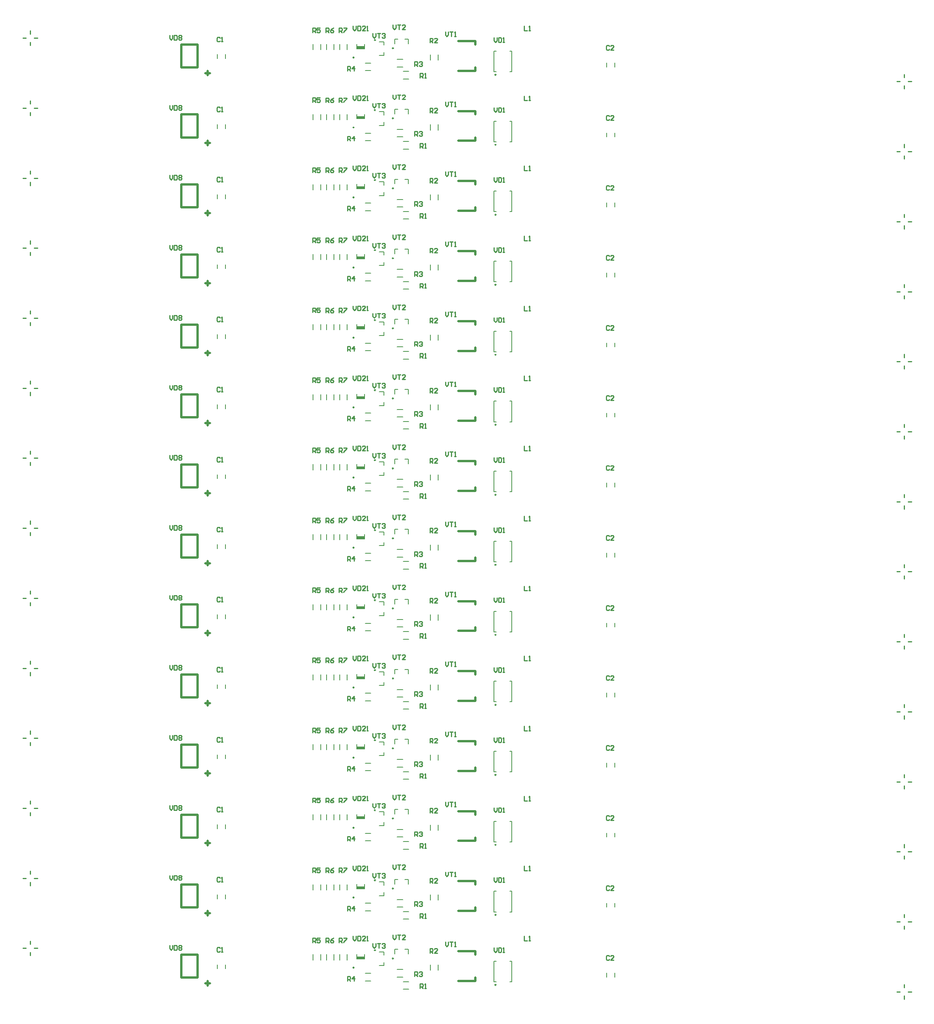
<source format=gto>
G04 Layer_Color=65535*
%FSLAX44Y44*%
%MOMM*%
G71*
G01*
G75*
%ADD29C,0.2500*%
%ADD30C,0.2000*%
%ADD31C,0.5000*%
%ADD32C,0.2540*%
%ADD33R,1.6500X0.5500*%
D29*
X1084750Y370750D02*
G03*
X1084750Y370750I-1250J0D01*
G01*
X1124000Y352750D02*
G03*
X1124000Y352750I-1250J0D01*
G01*
X1348250Y295000D02*
G03*
X1348250Y295000I-1250J0D01*
G01*
X1084750Y523750D02*
G03*
X1084750Y523750I-1250J0D01*
G01*
X1124000Y505750D02*
G03*
X1124000Y505750I-1250J0D01*
G01*
X1348250Y448000D02*
G03*
X1348250Y448000I-1250J0D01*
G01*
X1084750Y676750D02*
G03*
X1084750Y676750I-1250J0D01*
G01*
X1124000Y658750D02*
G03*
X1124000Y658750I-1250J0D01*
G01*
X1348250Y601000D02*
G03*
X1348250Y601000I-1250J0D01*
G01*
X1084750Y829750D02*
G03*
X1084750Y829750I-1250J0D01*
G01*
X1124000Y811750D02*
G03*
X1124000Y811750I-1250J0D01*
G01*
X1348250Y754000D02*
G03*
X1348250Y754000I-1250J0D01*
G01*
X1084750Y982750D02*
G03*
X1084750Y982750I-1250J0D01*
G01*
X1124000Y964750D02*
G03*
X1124000Y964750I-1250J0D01*
G01*
X1348250Y907000D02*
G03*
X1348250Y907000I-1250J0D01*
G01*
X1084750Y1135750D02*
G03*
X1084750Y1135750I-1250J0D01*
G01*
X1124000Y1117750D02*
G03*
X1124000Y1117750I-1250J0D01*
G01*
X1348250Y1060000D02*
G03*
X1348250Y1060000I-1250J0D01*
G01*
X1084750Y1288750D02*
G03*
X1084750Y1288750I-1250J0D01*
G01*
X1124000Y1270750D02*
G03*
X1124000Y1270750I-1250J0D01*
G01*
X1348250Y1213000D02*
G03*
X1348250Y1213000I-1250J0D01*
G01*
X1084750Y1441750D02*
G03*
X1084750Y1441750I-1250J0D01*
G01*
X1124000Y1423750D02*
G03*
X1124000Y1423750I-1250J0D01*
G01*
X1348250Y1366000D02*
G03*
X1348250Y1366000I-1250J0D01*
G01*
X1084750Y1594750D02*
G03*
X1084750Y1594750I-1250J0D01*
G01*
X1124000Y1576750D02*
G03*
X1124000Y1576750I-1250J0D01*
G01*
X1348250Y1519000D02*
G03*
X1348250Y1519000I-1250J0D01*
G01*
X1084750Y1747750D02*
G03*
X1084750Y1747750I-1250J0D01*
G01*
X1124000Y1729750D02*
G03*
X1124000Y1729750I-1250J0D01*
G01*
X1348250Y1672000D02*
G03*
X1348250Y1672000I-1250J0D01*
G01*
X1084750Y1900750D02*
G03*
X1084750Y1900750I-1250J0D01*
G01*
X1124000Y1882750D02*
G03*
X1124000Y1882750I-1250J0D01*
G01*
X1348250Y1825000D02*
G03*
X1348250Y1825000I-1250J0D01*
G01*
X1084750Y2053750D02*
G03*
X1084750Y2053750I-1250J0D01*
G01*
X1124000Y2035750D02*
G03*
X1124000Y2035750I-1250J0D01*
G01*
X1348250Y1978000D02*
G03*
X1348250Y1978000I-1250J0D01*
G01*
X1084750Y2206750D02*
G03*
X1084750Y2206750I-1250J0D01*
G01*
X1124000Y2188750D02*
G03*
X1124000Y2188750I-1250J0D01*
G01*
X1348250Y2131000D02*
G03*
X1348250Y2131000I-1250J0D01*
G01*
X1084750Y2359750D02*
G03*
X1084750Y2359750I-1250J0D01*
G01*
X1124000Y2341750D02*
G03*
X1124000Y2341750I-1250J0D01*
G01*
X1348250Y2284000D02*
G03*
X1348250Y2284000I-1250J0D01*
G01*
D30*
X1132250Y312000D02*
X1144250Y312000D01*
X1132250Y328500D02*
X1144250Y328500D01*
X1062750Y303750D02*
X1074750D01*
X1062750Y320250D02*
X1074750D01*
X1093250Y367000D02*
X1103250D01*
X1103250Y359750D01*
X1093250Y337000D02*
X1103250Y337000D01*
X1103250Y344250D01*
X1145750Y285500D02*
X1157750D01*
X1145750Y302000D02*
X1157750D01*
X1607750Y321000D02*
X1607750Y312000D01*
X1590250Y321000D02*
X1590250Y312000D01*
X948500Y361500D02*
X948500Y349500D01*
X965000Y361500D02*
X965000Y349500D01*
X977750Y361500D02*
X977750Y349500D01*
X994250Y361500D02*
X994250Y349500D01*
X1006500Y361500D02*
X1006500Y349500D01*
X1023000Y361500D02*
X1023000Y349500D01*
X1044250Y361750D02*
X1044250Y351750D01*
X1060750Y361750D02*
X1060750Y351750D01*
X1044250Y351750D02*
X1060750Y351750D01*
X1126500Y362500D02*
Y372500D01*
X1133750Y372500D01*
X1156500Y362500D02*
X1156500Y372500D01*
X1149250Y372500D02*
X1156500Y372500D01*
X739500Y339250D02*
X739500Y330250D01*
X757000Y339250D02*
X757000Y330250D01*
X1221500Y339000D02*
X1221500Y327000D01*
X1205000Y339000D02*
X1205000Y327000D01*
X1378000Y346500D02*
X1382750Y346500D01*
X1378000Y301500D02*
X1382750D01*
X1343750Y346500D02*
X1348500Y346500D01*
X1343750Y301500D02*
X1348500D01*
X1382750Y346500D02*
X1382750Y301500D01*
X1343750Y301500D02*
X1343750Y346500D01*
X1132250Y465000D02*
X1144250Y465000D01*
X1132250Y481500D02*
X1144250Y481500D01*
X1062750Y456750D02*
X1074750D01*
X1062750Y473250D02*
X1074750D01*
X1093250Y520000D02*
X1103250D01*
X1103250Y512750D01*
X1093250Y490000D02*
X1103250Y490000D01*
X1103250Y497250D01*
X1145750Y438500D02*
X1157750D01*
X1145750Y455000D02*
X1157750D01*
X1607750Y474000D02*
X1607750Y465000D01*
X1590250Y474000D02*
X1590250Y465000D01*
X948500Y514500D02*
X948500Y502500D01*
X965000Y514500D02*
X965000Y502500D01*
X977750Y514500D02*
X977750Y502500D01*
X994250Y514500D02*
X994250Y502500D01*
X1006500Y514500D02*
X1006500Y502500D01*
X1023000Y514500D02*
X1023000Y502500D01*
X1044250Y514750D02*
X1044250Y504750D01*
X1060750Y514750D02*
X1060750Y504750D01*
X1044250Y504750D02*
X1060750Y504750D01*
X1126500Y515500D02*
Y525500D01*
X1133750Y525500D01*
X1156500Y515500D02*
X1156500Y525500D01*
X1149250Y525500D02*
X1156500Y525500D01*
X739500Y492250D02*
X739500Y483250D01*
X757000Y492250D02*
X757000Y483250D01*
X1221500Y492000D02*
X1221500Y480000D01*
X1205000Y492000D02*
X1205000Y480000D01*
X1378000Y499500D02*
X1382750Y499500D01*
X1378000Y454500D02*
X1382750D01*
X1343750Y499500D02*
X1348500Y499500D01*
X1343750Y454500D02*
X1348500D01*
X1382750Y499500D02*
X1382750Y454500D01*
X1343750Y454500D02*
X1343750Y499500D01*
X1132250Y618000D02*
X1144250Y618000D01*
X1132250Y634500D02*
X1144250Y634500D01*
X1062750Y609750D02*
X1074750D01*
X1062750Y626250D02*
X1074750D01*
X1093250Y673000D02*
X1103250D01*
X1103250Y665750D01*
X1093250Y643000D02*
X1103250Y643000D01*
X1103250Y650250D01*
X1145750Y591500D02*
X1157750D01*
X1145750Y608000D02*
X1157750D01*
X1607750Y627000D02*
X1607750Y618000D01*
X1590250Y627000D02*
X1590250Y618000D01*
X948500Y667500D02*
X948500Y655500D01*
X965000Y667500D02*
X965000Y655500D01*
X977750Y667500D02*
X977750Y655500D01*
X994250Y667500D02*
X994250Y655500D01*
X1006500Y667500D02*
X1006500Y655500D01*
X1023000Y667500D02*
X1023000Y655500D01*
X1044250Y667750D02*
X1044250Y657750D01*
X1060750Y667750D02*
X1060750Y657750D01*
X1044250Y657750D02*
X1060750Y657750D01*
X1126500Y668500D02*
Y678500D01*
X1133750Y678500D01*
X1156500Y668500D02*
X1156500Y678500D01*
X1149250Y678500D02*
X1156500Y678500D01*
X739500Y645250D02*
X739500Y636250D01*
X757000Y645250D02*
X757000Y636250D01*
X1221500Y645000D02*
X1221500Y633000D01*
X1205000Y645000D02*
X1205000Y633000D01*
X1378000Y652500D02*
X1382750Y652500D01*
X1378000Y607500D02*
X1382750D01*
X1343750Y652500D02*
X1348500Y652500D01*
X1343750Y607500D02*
X1348500D01*
X1382750Y652500D02*
X1382750Y607500D01*
X1343750Y607500D02*
X1343750Y652500D01*
X1132250Y771000D02*
X1144250Y771000D01*
X1132250Y787500D02*
X1144250Y787500D01*
X1062750Y762750D02*
X1074750D01*
X1062750Y779250D02*
X1074750D01*
X1093250Y826000D02*
X1103250D01*
X1103250Y818750D01*
X1093250Y796000D02*
X1103250Y796000D01*
X1103250Y803250D01*
X1145750Y744500D02*
X1157750D01*
X1145750Y761000D02*
X1157750D01*
X1607750Y780000D02*
X1607750Y771000D01*
X1590250Y780000D02*
X1590250Y771000D01*
X948500Y820500D02*
X948500Y808500D01*
X965000Y820500D02*
X965000Y808500D01*
X977750Y820500D02*
X977750Y808500D01*
X994250Y820500D02*
X994250Y808500D01*
X1006500Y820500D02*
X1006500Y808500D01*
X1023000Y820500D02*
X1023000Y808500D01*
X1044250Y820750D02*
X1044250Y810750D01*
X1060750Y820750D02*
X1060750Y810750D01*
X1044250Y810750D02*
X1060750Y810750D01*
X1126500Y821500D02*
Y831500D01*
X1133750Y831500D01*
X1156500Y821500D02*
X1156500Y831500D01*
X1149250Y831500D02*
X1156500Y831500D01*
X739500Y798250D02*
X739500Y789250D01*
X757000Y798250D02*
X757000Y789250D01*
X1221500Y798000D02*
X1221500Y786000D01*
X1205000Y798000D02*
X1205000Y786000D01*
X1378000Y805500D02*
X1382750Y805500D01*
X1378000Y760500D02*
X1382750D01*
X1343750Y805500D02*
X1348500Y805500D01*
X1343750Y760500D02*
X1348500D01*
X1382750Y805500D02*
X1382750Y760500D01*
X1343750Y760500D02*
X1343750Y805500D01*
X1132250Y924000D02*
X1144250Y924000D01*
X1132250Y940500D02*
X1144250Y940500D01*
X1062750Y915750D02*
X1074750D01*
X1062750Y932250D02*
X1074750D01*
X1093250Y979000D02*
X1103250D01*
X1103250Y971750D01*
X1093250Y949000D02*
X1103250Y949000D01*
X1103250Y956250D01*
X1145750Y897500D02*
X1157750D01*
X1145750Y914000D02*
X1157750D01*
X1607750Y933000D02*
X1607750Y924000D01*
X1590250Y933000D02*
X1590250Y924000D01*
X948500Y973500D02*
X948500Y961500D01*
X965000Y973500D02*
X965000Y961500D01*
X977750Y973500D02*
X977750Y961500D01*
X994250Y973500D02*
X994250Y961500D01*
X1006500Y973500D02*
X1006500Y961500D01*
X1023000Y973500D02*
X1023000Y961500D01*
X1044250Y973750D02*
X1044250Y963750D01*
X1060750Y973750D02*
X1060750Y963750D01*
X1044250Y963750D02*
X1060750Y963750D01*
X1126500Y974500D02*
Y984500D01*
X1133750Y984500D01*
X1156500Y974500D02*
X1156500Y984500D01*
X1149250Y984500D02*
X1156500Y984500D01*
X739500Y951250D02*
X739500Y942250D01*
X757000Y951250D02*
X757000Y942250D01*
X1221500Y951000D02*
X1221500Y939000D01*
X1205000Y951000D02*
X1205000Y939000D01*
X1378000Y958500D02*
X1382750Y958500D01*
X1378000Y913500D02*
X1382750D01*
X1343750Y958500D02*
X1348500Y958500D01*
X1343750Y913500D02*
X1348500D01*
X1382750Y958500D02*
X1382750Y913500D01*
X1343750Y913500D02*
X1343750Y958500D01*
X1132250Y1077000D02*
X1144250Y1077000D01*
X1132250Y1093500D02*
X1144250Y1093500D01*
X1062750Y1068750D02*
X1074750D01*
X1062750Y1085250D02*
X1074750D01*
X1093250Y1132000D02*
X1103250D01*
X1103250Y1124750D01*
X1093250Y1102000D02*
X1103250Y1102000D01*
X1103250Y1109250D01*
X1145750Y1050500D02*
X1157750D01*
X1145750Y1067000D02*
X1157750D01*
X1607750Y1086000D02*
X1607750Y1077000D01*
X1590250Y1086000D02*
X1590250Y1077000D01*
X948500Y1126500D02*
X948500Y1114500D01*
X965000Y1126500D02*
X965000Y1114500D01*
X977750Y1126500D02*
X977750Y1114500D01*
X994250Y1126500D02*
X994250Y1114500D01*
X1006500Y1126500D02*
X1006500Y1114500D01*
X1023000Y1126500D02*
X1023000Y1114500D01*
X1044250Y1126750D02*
X1044250Y1116750D01*
X1060750Y1126750D02*
X1060750Y1116750D01*
X1044250Y1116750D02*
X1060750Y1116750D01*
X1126500Y1127500D02*
Y1137500D01*
X1133750Y1137500D01*
X1156500Y1127500D02*
X1156500Y1137500D01*
X1149250Y1137500D02*
X1156500Y1137500D01*
X739500Y1104250D02*
X739500Y1095250D01*
X757000Y1104250D02*
X757000Y1095250D01*
X1221500Y1104000D02*
X1221500Y1092000D01*
X1205000Y1104000D02*
X1205000Y1092000D01*
X1378000Y1111500D02*
X1382750Y1111500D01*
X1378000Y1066500D02*
X1382750D01*
X1343750Y1111500D02*
X1348500Y1111500D01*
X1343750Y1066500D02*
X1348500D01*
X1382750Y1111500D02*
X1382750Y1066500D01*
X1343750Y1066500D02*
X1343750Y1111500D01*
X1132250Y1230000D02*
X1144250Y1230000D01*
X1132250Y1246500D02*
X1144250Y1246500D01*
X1062750Y1221750D02*
X1074750D01*
X1062750Y1238250D02*
X1074750D01*
X1093250Y1285000D02*
X1103250D01*
X1103250Y1277750D01*
X1093250Y1255000D02*
X1103250Y1255000D01*
X1103250Y1262250D01*
X1145750Y1203500D02*
X1157750D01*
X1145750Y1220000D02*
X1157750D01*
X1607750Y1239000D02*
X1607750Y1230000D01*
X1590250Y1239000D02*
X1590250Y1230000D01*
X948500Y1279500D02*
X948500Y1267500D01*
X965000Y1279500D02*
X965000Y1267500D01*
X977750Y1279500D02*
X977750Y1267500D01*
X994250Y1279500D02*
X994250Y1267500D01*
X1006500Y1279500D02*
X1006500Y1267500D01*
X1023000Y1279500D02*
X1023000Y1267500D01*
X1044250Y1279750D02*
X1044250Y1269750D01*
X1060750Y1279750D02*
X1060750Y1269750D01*
X1044250Y1269750D02*
X1060750Y1269750D01*
X1126500Y1280500D02*
Y1290500D01*
X1133750Y1290500D01*
X1156500Y1280500D02*
X1156500Y1290500D01*
X1149250Y1290500D02*
X1156500Y1290500D01*
X739500Y1257250D02*
X739500Y1248250D01*
X757000Y1257250D02*
X757000Y1248250D01*
X1221500Y1257000D02*
X1221500Y1245000D01*
X1205000Y1257000D02*
X1205000Y1245000D01*
X1378000Y1264500D02*
X1382750Y1264500D01*
X1378000Y1219500D02*
X1382750D01*
X1343750Y1264500D02*
X1348500Y1264500D01*
X1343750Y1219500D02*
X1348500D01*
X1382750Y1264500D02*
X1382750Y1219500D01*
X1343750Y1219500D02*
X1343750Y1264500D01*
X1132250Y1383000D02*
X1144250Y1383000D01*
X1132250Y1399500D02*
X1144250Y1399500D01*
X1062750Y1374750D02*
X1074750D01*
X1062750Y1391250D02*
X1074750D01*
X1093250Y1438000D02*
X1103250D01*
X1103250Y1430750D01*
X1093250Y1408000D02*
X1103250Y1408000D01*
X1103250Y1415250D01*
X1145750Y1356500D02*
X1157750D01*
X1145750Y1373000D02*
X1157750D01*
X1607750Y1392000D02*
X1607750Y1383000D01*
X1590250Y1392000D02*
X1590250Y1383000D01*
X948500Y1432500D02*
X948500Y1420500D01*
X965000Y1432500D02*
X965000Y1420500D01*
X977750Y1432500D02*
X977750Y1420500D01*
X994250Y1432500D02*
X994250Y1420500D01*
X1006500Y1432500D02*
X1006500Y1420500D01*
X1023000Y1432500D02*
X1023000Y1420500D01*
X1044250Y1432750D02*
X1044250Y1422750D01*
X1060750Y1432750D02*
X1060750Y1422750D01*
X1044250Y1422750D02*
X1060750Y1422750D01*
X1126500Y1433500D02*
Y1443500D01*
X1133750Y1443500D01*
X1156500Y1433500D02*
X1156500Y1443500D01*
X1149250Y1443500D02*
X1156500Y1443500D01*
X739500Y1410250D02*
X739500Y1401250D01*
X757000Y1410250D02*
X757000Y1401250D01*
X1221500Y1410000D02*
X1221500Y1398000D01*
X1205000Y1410000D02*
X1205000Y1398000D01*
X1378000Y1417500D02*
X1382750Y1417500D01*
X1378000Y1372500D02*
X1382750D01*
X1343750Y1417500D02*
X1348500Y1417500D01*
X1343750Y1372500D02*
X1348500D01*
X1382750Y1417500D02*
X1382750Y1372500D01*
X1343750Y1372500D02*
X1343750Y1417500D01*
X1132250Y1536000D02*
X1144250Y1536000D01*
X1132250Y1552500D02*
X1144250Y1552500D01*
X1062750Y1527750D02*
X1074750D01*
X1062750Y1544250D02*
X1074750D01*
X1093250Y1591000D02*
X1103250D01*
X1103250Y1583750D01*
X1093250Y1561000D02*
X1103250Y1561000D01*
X1103250Y1568250D01*
X1145750Y1509500D02*
X1157750D01*
X1145750Y1526000D02*
X1157750D01*
X1607750Y1545000D02*
X1607750Y1536000D01*
X1590250Y1545000D02*
X1590250Y1536000D01*
X948500Y1585500D02*
X948500Y1573500D01*
X965000Y1585500D02*
X965000Y1573500D01*
X977750Y1585500D02*
X977750Y1573500D01*
X994250Y1585500D02*
X994250Y1573500D01*
X1006500Y1585500D02*
X1006500Y1573500D01*
X1023000Y1585500D02*
X1023000Y1573500D01*
X1044250Y1585750D02*
X1044250Y1575750D01*
X1060750Y1585750D02*
X1060750Y1575750D01*
X1044250Y1575750D02*
X1060750Y1575750D01*
X1126500Y1586500D02*
Y1596500D01*
X1133750Y1596500D01*
X1156500Y1586500D02*
X1156500Y1596500D01*
X1149250Y1596500D02*
X1156500Y1596500D01*
X739500Y1563250D02*
X739500Y1554250D01*
X757000Y1563250D02*
X757000Y1554250D01*
X1221500Y1563000D02*
X1221500Y1551000D01*
X1205000Y1563000D02*
X1205000Y1551000D01*
X1378000Y1570500D02*
X1382750Y1570500D01*
X1378000Y1525500D02*
X1382750D01*
X1343750Y1570500D02*
X1348500Y1570500D01*
X1343750Y1525500D02*
X1348500D01*
X1382750Y1570500D02*
X1382750Y1525500D01*
X1343750Y1525500D02*
X1343750Y1570500D01*
X1132250Y1689000D02*
X1144250Y1689000D01*
X1132250Y1705500D02*
X1144250Y1705500D01*
X1062750Y1680750D02*
X1074750D01*
X1062750Y1697250D02*
X1074750D01*
X1093250Y1744000D02*
X1103250D01*
X1103250Y1736750D01*
X1093250Y1714000D02*
X1103250Y1714000D01*
X1103250Y1721250D01*
X1145750Y1662500D02*
X1157750D01*
X1145750Y1679000D02*
X1157750D01*
X1607750Y1698000D02*
X1607750Y1689000D01*
X1590250Y1698000D02*
X1590250Y1689000D01*
X948500Y1738500D02*
X948500Y1726500D01*
X965000Y1738500D02*
X965000Y1726500D01*
X977750Y1738500D02*
X977750Y1726500D01*
X994250Y1738500D02*
X994250Y1726500D01*
X1006500Y1738500D02*
X1006500Y1726500D01*
X1023000Y1738500D02*
X1023000Y1726500D01*
X1044250Y1738750D02*
X1044250Y1728750D01*
X1060750Y1738750D02*
X1060750Y1728750D01*
X1044250Y1728750D02*
X1060750Y1728750D01*
X1126500Y1739500D02*
Y1749500D01*
X1133750Y1749500D01*
X1156500Y1739500D02*
X1156500Y1749500D01*
X1149250Y1749500D02*
X1156500Y1749500D01*
X739500Y1716250D02*
X739500Y1707250D01*
X757000Y1716250D02*
X757000Y1707250D01*
X1221500Y1716000D02*
X1221500Y1704000D01*
X1205000Y1716000D02*
X1205000Y1704000D01*
X1378000Y1723500D02*
X1382750Y1723500D01*
X1378000Y1678500D02*
X1382750D01*
X1343750Y1723500D02*
X1348500Y1723500D01*
X1343750Y1678500D02*
X1348500D01*
X1382750Y1723500D02*
X1382750Y1678500D01*
X1343750Y1678500D02*
X1343750Y1723500D01*
X1132250Y1842000D02*
X1144250Y1842000D01*
X1132250Y1858500D02*
X1144250Y1858500D01*
X1062750Y1833750D02*
X1074750D01*
X1062750Y1850250D02*
X1074750D01*
X1093250Y1897000D02*
X1103250D01*
X1103250Y1889750D01*
X1093250Y1867000D02*
X1103250Y1867000D01*
X1103250Y1874250D01*
X1145750Y1815500D02*
X1157750D01*
X1145750Y1832000D02*
X1157750D01*
X1607750Y1851000D02*
X1607750Y1842000D01*
X1590250Y1851000D02*
X1590250Y1842000D01*
X948500Y1891500D02*
X948500Y1879500D01*
X965000Y1891500D02*
X965000Y1879500D01*
X977750Y1891500D02*
X977750Y1879500D01*
X994250Y1891500D02*
X994250Y1879500D01*
X1006500Y1891500D02*
X1006500Y1879500D01*
X1023000Y1891500D02*
X1023000Y1879500D01*
X1044250Y1891750D02*
X1044250Y1881750D01*
X1060750Y1891750D02*
X1060750Y1881750D01*
X1044250Y1881750D02*
X1060750Y1881750D01*
X1126500Y1892500D02*
Y1902500D01*
X1133750Y1902500D01*
X1156500Y1892500D02*
X1156500Y1902500D01*
X1149250Y1902500D02*
X1156500Y1902500D01*
X739500Y1869250D02*
X739500Y1860250D01*
X757000Y1869250D02*
X757000Y1860250D01*
X1221500Y1869000D02*
X1221500Y1857000D01*
X1205000Y1869000D02*
X1205000Y1857000D01*
X1378000Y1876500D02*
X1382750Y1876500D01*
X1378000Y1831500D02*
X1382750D01*
X1343750Y1876500D02*
X1348500Y1876500D01*
X1343750Y1831500D02*
X1348500D01*
X1382750Y1876500D02*
X1382750Y1831500D01*
X1343750Y1831500D02*
X1343750Y1876500D01*
X1132250Y1995000D02*
X1144250Y1995000D01*
X1132250Y2011500D02*
X1144250Y2011500D01*
X1062750Y1986750D02*
X1074750D01*
X1062750Y2003250D02*
X1074750D01*
X1093250Y2050000D02*
X1103250D01*
X1103250Y2042750D01*
X1093250Y2020000D02*
X1103250Y2020000D01*
X1103250Y2027250D01*
X1145750Y1968500D02*
X1157750D01*
X1145750Y1985000D02*
X1157750D01*
X1607750Y2004000D02*
X1607750Y1995000D01*
X1590250Y2004000D02*
X1590250Y1995000D01*
X948500Y2044500D02*
X948500Y2032500D01*
X965000Y2044500D02*
X965000Y2032500D01*
X977750Y2044500D02*
X977750Y2032500D01*
X994250Y2044500D02*
X994250Y2032500D01*
X1006500Y2044500D02*
X1006500Y2032500D01*
X1023000Y2044500D02*
X1023000Y2032500D01*
X1044250Y2044750D02*
X1044250Y2034750D01*
X1060750Y2044750D02*
X1060750Y2034750D01*
X1044250Y2034750D02*
X1060750Y2034750D01*
X1126500Y2045500D02*
Y2055500D01*
X1133750Y2055500D01*
X1156500Y2045500D02*
X1156500Y2055500D01*
X1149250Y2055500D02*
X1156500Y2055500D01*
X739500Y2022250D02*
X739500Y2013250D01*
X757000Y2022250D02*
X757000Y2013250D01*
X1221500Y2022000D02*
X1221500Y2010000D01*
X1205000Y2022000D02*
X1205000Y2010000D01*
X1378000Y2029500D02*
X1382750Y2029500D01*
X1378000Y1984500D02*
X1382750D01*
X1343750Y2029500D02*
X1348500Y2029500D01*
X1343750Y1984500D02*
X1348500D01*
X1382750Y2029500D02*
X1382750Y1984500D01*
X1343750Y1984500D02*
X1343750Y2029500D01*
X1132250Y2148000D02*
X1144250Y2148000D01*
X1132250Y2164500D02*
X1144250Y2164500D01*
X1062750Y2139750D02*
X1074750D01*
X1062750Y2156250D02*
X1074750D01*
X1093250Y2203000D02*
X1103250D01*
X1103250Y2195750D01*
X1093250Y2173000D02*
X1103250Y2173000D01*
X1103250Y2180250D01*
X1145750Y2121500D02*
X1157750D01*
X1145750Y2138000D02*
X1157750D01*
X1607750Y2157000D02*
X1607750Y2148000D01*
X1590250Y2157000D02*
X1590250Y2148000D01*
X948500Y2197500D02*
X948500Y2185500D01*
X965000Y2197500D02*
X965000Y2185500D01*
X977750Y2197500D02*
X977750Y2185500D01*
X994250Y2197500D02*
X994250Y2185500D01*
X1006500Y2197500D02*
X1006500Y2185500D01*
X1023000Y2197500D02*
X1023000Y2185500D01*
X1044250Y2197750D02*
X1044250Y2187750D01*
X1060750Y2197750D02*
X1060750Y2187750D01*
X1044250Y2187750D02*
X1060750Y2187750D01*
X1126500Y2198500D02*
Y2208500D01*
X1133750Y2208500D01*
X1156500Y2198500D02*
X1156500Y2208500D01*
X1149250Y2208500D02*
X1156500Y2208500D01*
X739500Y2175250D02*
X739500Y2166250D01*
X757000Y2175250D02*
X757000Y2166250D01*
X1221500Y2175000D02*
X1221500Y2163000D01*
X1205000Y2175000D02*
X1205000Y2163000D01*
X1378000Y2182500D02*
X1382750Y2182500D01*
X1378000Y2137500D02*
X1382750D01*
X1343750Y2182500D02*
X1348500Y2182500D01*
X1343750Y2137500D02*
X1348500D01*
X1382750Y2182500D02*
X1382750Y2137500D01*
X1343750Y2137500D02*
X1343750Y2182500D01*
X1132250Y2301000D02*
X1144250Y2301000D01*
X1132250Y2317500D02*
X1144250Y2317500D01*
X1062750Y2292750D02*
X1074750D01*
X1062750Y2309250D02*
X1074750D01*
X1093250Y2356000D02*
X1103250D01*
X1103250Y2348750D01*
X1093250Y2326000D02*
X1103250Y2326000D01*
X1103250Y2333250D01*
X1145750Y2274500D02*
X1157750D01*
X1145750Y2291000D02*
X1157750D01*
X1607750Y2310000D02*
X1607750Y2301000D01*
X1590250Y2310000D02*
X1590250Y2301000D01*
X948500Y2350500D02*
X948500Y2338500D01*
X965000Y2350500D02*
X965000Y2338500D01*
X977750Y2350500D02*
X977750Y2338500D01*
X994250Y2350500D02*
X994250Y2338500D01*
X1006500Y2350500D02*
X1006500Y2338500D01*
X1023000Y2350500D02*
X1023000Y2338500D01*
X1044250Y2350750D02*
X1044250Y2340750D01*
X1060750Y2350750D02*
X1060750Y2340750D01*
X1044250Y2340750D02*
X1060750Y2340750D01*
X1126500Y2351500D02*
Y2361500D01*
X1133750Y2361500D01*
X1156500Y2351500D02*
X1156500Y2361500D01*
X1149250Y2361500D02*
X1156500Y2361500D01*
X739500Y2328250D02*
X739500Y2319250D01*
X757000Y2328250D02*
X757000Y2319250D01*
X1221500Y2328000D02*
X1221500Y2316000D01*
X1205000Y2328000D02*
X1205000Y2316000D01*
X1378000Y2335500D02*
X1382750Y2335500D01*
X1378000Y2290500D02*
X1382750D01*
X1343750Y2335500D02*
X1348500Y2335500D01*
X1343750Y2290500D02*
X1348500D01*
X1382750Y2335500D02*
X1382750Y2290500D01*
X1343750Y2290500D02*
X1343750Y2335500D01*
D31*
X660500Y361000D02*
X695500Y361000D01*
X695500Y311000D01*
X660500Y311000D02*
X695500Y311000D01*
X660500Y361000D02*
X660500Y311000D01*
X713000Y298500D02*
X723000D01*
X718000Y293500D02*
X718000Y303500D01*
X1265750Y303500D02*
X1303250Y303500D01*
X1303250Y311000D02*
X1303250Y303500D01*
X1303250Y368500D02*
X1303250Y361000D01*
X1265750Y368500D02*
X1303250Y368500D01*
X660500Y514000D02*
X695500Y514000D01*
X695500Y464000D01*
X660500Y464000D02*
X695500Y464000D01*
X660500Y514000D02*
X660500Y464000D01*
X713000Y451500D02*
X723000D01*
X718000Y446500D02*
X718000Y456500D01*
X1265750Y456500D02*
X1303250Y456500D01*
X1303250Y464000D02*
X1303250Y456500D01*
X1303250Y521500D02*
X1303250Y514000D01*
X1265750Y521500D02*
X1303250Y521500D01*
X660500Y667000D02*
X695500Y667000D01*
X695500Y617000D01*
X660500Y617000D02*
X695500Y617000D01*
X660500Y667000D02*
X660500Y617000D01*
X713000Y604500D02*
X723000D01*
X718000Y599500D02*
X718000Y609500D01*
X1265750Y609500D02*
X1303250Y609500D01*
X1303250Y617000D02*
X1303250Y609500D01*
X1303250Y674500D02*
X1303250Y667000D01*
X1265750Y674500D02*
X1303250Y674500D01*
X660500Y820000D02*
X695500Y820000D01*
X695500Y770000D01*
X660500Y770000D02*
X695500Y770000D01*
X660500Y820000D02*
X660500Y770000D01*
X713000Y757500D02*
X723000D01*
X718000Y752500D02*
X718000Y762500D01*
X1265750Y762500D02*
X1303250Y762500D01*
X1303250Y770000D02*
X1303250Y762500D01*
X1303250Y827500D02*
X1303250Y820000D01*
X1265750Y827500D02*
X1303250Y827500D01*
X660500Y973000D02*
X695500Y973000D01*
X695500Y923000D01*
X660500Y923000D02*
X695500Y923000D01*
X660500Y973000D02*
X660500Y923000D01*
X713000Y910500D02*
X723000D01*
X718000Y905500D02*
X718000Y915500D01*
X1265750Y915500D02*
X1303250Y915500D01*
X1303250Y923000D02*
X1303250Y915500D01*
X1303250Y980500D02*
X1303250Y973000D01*
X1265750Y980500D02*
X1303250Y980500D01*
X660500Y1126000D02*
X695500Y1126000D01*
X695500Y1076000D01*
X660500Y1076000D02*
X695500Y1076000D01*
X660500Y1126000D02*
X660500Y1076000D01*
X713000Y1063500D02*
X723000D01*
X718000Y1058500D02*
X718000Y1068500D01*
X1265750Y1068500D02*
X1303250Y1068500D01*
X1303250Y1076000D02*
X1303250Y1068500D01*
X1303250Y1133500D02*
X1303250Y1126000D01*
X1265750Y1133500D02*
X1303250Y1133500D01*
X660500Y1279000D02*
X695500Y1279000D01*
X695500Y1229000D01*
X660500Y1229000D02*
X695500Y1229000D01*
X660500Y1279000D02*
X660500Y1229000D01*
X713000Y1216500D02*
X723000D01*
X718000Y1211500D02*
X718000Y1221500D01*
X1265750Y1221500D02*
X1303250Y1221500D01*
X1303250Y1229000D02*
X1303250Y1221500D01*
X1303250Y1286500D02*
X1303250Y1279000D01*
X1265750Y1286500D02*
X1303250Y1286500D01*
X660500Y1432000D02*
X695500Y1432000D01*
X695500Y1382000D01*
X660500Y1382000D02*
X695500Y1382000D01*
X660500Y1432000D02*
X660500Y1382000D01*
X713000Y1369500D02*
X723000D01*
X718000Y1364500D02*
X718000Y1374500D01*
X1265750Y1374500D02*
X1303250Y1374500D01*
X1303250Y1382000D02*
X1303250Y1374500D01*
X1303250Y1439500D02*
X1303250Y1432000D01*
X1265750Y1439500D02*
X1303250Y1439500D01*
X660500Y1585000D02*
X695500Y1585000D01*
X695500Y1535000D01*
X660500Y1535000D02*
X695500Y1535000D01*
X660500Y1585000D02*
X660500Y1535000D01*
X713000Y1522500D02*
X723000D01*
X718000Y1517500D02*
X718000Y1527500D01*
X1265750Y1527500D02*
X1303250Y1527500D01*
X1303250Y1535000D02*
X1303250Y1527500D01*
X1303250Y1592500D02*
X1303250Y1585000D01*
X1265750Y1592500D02*
X1303250Y1592500D01*
X660500Y1738000D02*
X695500Y1738000D01*
X695500Y1688000D01*
X660500Y1688000D02*
X695500Y1688000D01*
X660500Y1738000D02*
X660500Y1688000D01*
X713000Y1675500D02*
X723000D01*
X718000Y1670500D02*
X718000Y1680500D01*
X1265750Y1680500D02*
X1303250Y1680500D01*
X1303250Y1688000D02*
X1303250Y1680500D01*
X1303250Y1745500D02*
X1303250Y1738000D01*
X1265750Y1745500D02*
X1303250Y1745500D01*
X660500Y1891000D02*
X695500Y1891000D01*
X695500Y1841000D01*
X660500Y1841000D02*
X695500Y1841000D01*
X660500Y1891000D02*
X660500Y1841000D01*
X713000Y1828500D02*
X723000D01*
X718000Y1823500D02*
X718000Y1833500D01*
X1265750Y1833500D02*
X1303250Y1833500D01*
X1303250Y1841000D02*
X1303250Y1833500D01*
X1303250Y1898500D02*
X1303250Y1891000D01*
X1265750Y1898500D02*
X1303250Y1898500D01*
X660500Y2044000D02*
X695500Y2044000D01*
X695500Y1994000D01*
X660500Y1994000D02*
X695500Y1994000D01*
X660500Y2044000D02*
X660500Y1994000D01*
X713000Y1981500D02*
X723000D01*
X718000Y1976500D02*
X718000Y1986500D01*
X1265750Y1986500D02*
X1303250Y1986500D01*
X1303250Y1994000D02*
X1303250Y1986500D01*
X1303250Y2051500D02*
X1303250Y2044000D01*
X1265750Y2051500D02*
X1303250Y2051500D01*
X660500Y2197000D02*
X695500Y2197000D01*
X695500Y2147000D01*
X660500Y2147000D02*
X695500Y2147000D01*
X660500Y2197000D02*
X660500Y2147000D01*
X713000Y2134500D02*
X723000D01*
X718000Y2129500D02*
X718000Y2139500D01*
X1265750Y2139500D02*
X1303250Y2139500D01*
X1303250Y2147000D02*
X1303250Y2139500D01*
X1303250Y2204500D02*
X1303250Y2197000D01*
X1265750Y2204500D02*
X1303250Y2204500D01*
X660500Y2350000D02*
X695500Y2350000D01*
X695500Y2300000D01*
X660500Y2300000D02*
X695500Y2300000D01*
X660500Y2350000D02*
X660500Y2300000D01*
X713000Y2287500D02*
X723000D01*
X718000Y2282500D02*
X718000Y2292500D01*
X1265750Y2292500D02*
X1303250Y2292500D01*
X1303250Y2300000D02*
X1303250Y2292500D01*
X1303250Y2357500D02*
X1303250Y2350000D01*
X1265750Y2357500D02*
X1303250Y2357500D01*
D32*
X2224000Y280000D02*
X2231000D01*
X2240000Y264000D02*
Y271000D01*
X2249000Y280000D02*
X2256000D01*
X2240000Y289000D02*
Y296000D01*
X330000Y359000D02*
Y366000D01*
X314000Y375000D02*
X321000D01*
X339000D02*
X346000D01*
X330000Y384000D02*
Y391000D01*
X1595531Y357231D02*
X1593864Y358897D01*
X1590532D01*
X1588866Y357231D01*
Y350566D01*
X1590532Y348900D01*
X1593864D01*
X1595531Y350566D01*
X1605527Y348900D02*
X1598863D01*
X1605527Y355564D01*
Y357231D01*
X1603861Y358897D01*
X1600529D01*
X1598863Y357231D01*
X1079000Y385497D02*
Y378832D01*
X1082332Y375500D01*
X1085665Y378832D01*
Y385497D01*
X1088997D02*
X1095661D01*
X1092329D01*
Y375500D01*
X1098994Y383831D02*
X1100660Y385497D01*
X1103992D01*
X1105658Y383831D01*
Y382164D01*
X1103992Y380498D01*
X1102326D01*
X1103992D01*
X1105658Y378832D01*
Y377166D01*
X1103992Y375500D01*
X1100660D01*
X1098994Y377166D01*
X1122732Y404028D02*
Y397364D01*
X1126064Y394032D01*
X1129396Y397364D01*
Y404028D01*
X1132728D02*
X1139393D01*
X1136061D01*
Y394032D01*
X1149390D02*
X1142725D01*
X1149390Y400696D01*
Y402362D01*
X1147724Y404028D01*
X1144391D01*
X1142725Y402362D01*
X1237382Y388717D02*
Y382052D01*
X1240714Y378720D01*
X1244046Y382052D01*
Y388717D01*
X1247379D02*
X1254043D01*
X1250711D01*
Y378720D01*
X1257376D02*
X1260708D01*
X1259042D01*
Y388717D01*
X1257376Y387051D01*
X1035510Y401683D02*
Y395018D01*
X1038842Y391686D01*
X1042175Y395018D01*
Y401683D01*
X1045507D02*
Y391686D01*
X1050505D01*
X1052171Y393352D01*
Y400017D01*
X1050505Y401683D01*
X1045507D01*
X1062168Y391686D02*
X1055504D01*
X1062168Y398350D01*
Y400017D01*
X1060502Y401683D01*
X1057170D01*
X1055504Y400017D01*
X1065500Y391686D02*
X1068833D01*
X1067167D01*
Y401683D01*
X1065500Y400017D01*
X634608Y381127D02*
Y374462D01*
X637940Y371130D01*
X641273Y374462D01*
Y381127D01*
X644605D02*
Y371130D01*
X649603D01*
X651269Y372796D01*
Y379461D01*
X649603Y381127D01*
X644605D01*
X654602Y379461D02*
X656268Y381127D01*
X659600D01*
X661266Y379461D01*
Y377794D01*
X659600Y376128D01*
X661266Y374462D01*
Y372796D01*
X659600Y371130D01*
X656268D01*
X654602Y372796D01*
Y374462D01*
X656268Y376128D01*
X654602Y377794D01*
Y379461D01*
X656268Y376128D02*
X659600D01*
X1343424Y376191D02*
Y369526D01*
X1346756Y366194D01*
X1350089Y369526D01*
Y376191D01*
X1353421D02*
Y366194D01*
X1358419D01*
X1360085Y367860D01*
Y374525D01*
X1358419Y376191D01*
X1353421D01*
X1363418Y366194D02*
X1366750D01*
X1365084D01*
Y376191D01*
X1363418Y374525D01*
X1005000Y387326D02*
Y397323D01*
X1009998D01*
X1011665Y395657D01*
Y392324D01*
X1009998Y390658D01*
X1005000D01*
X1008332D02*
X1011665Y387326D01*
X1014997Y397323D02*
X1021661D01*
Y395657D01*
X1014997Y388992D01*
Y387326D01*
X976238Y387316D02*
Y397313D01*
X981236D01*
X982903Y395647D01*
Y392314D01*
X981236Y390648D01*
X976238D01*
X979570D02*
X982903Y387316D01*
X992899Y397313D02*
X989567Y395647D01*
X986235Y392314D01*
Y388982D01*
X987901Y387316D01*
X991233D01*
X992899Y388982D01*
Y390648D01*
X991233Y392314D01*
X986235D01*
X947062Y387418D02*
Y397415D01*
X952060D01*
X953727Y395749D01*
Y392416D01*
X952060Y390750D01*
X947062D01*
X950394D02*
X953727Y387418D01*
X963723Y397415D02*
X957059D01*
Y392416D01*
X960391Y394082D01*
X962057D01*
X963723Y392416D01*
Y389084D01*
X962057Y387418D01*
X958725D01*
X957059Y389084D01*
X1023250Y303500D02*
Y313497D01*
X1028248D01*
X1029914Y311831D01*
Y308498D01*
X1028248Y306832D01*
X1023250D01*
X1026582D02*
X1029914Y303500D01*
X1038245D02*
Y313497D01*
X1033247Y308498D01*
X1039911D01*
X1170250Y313750D02*
Y323747D01*
X1175248D01*
X1176915Y322081D01*
Y318748D01*
X1175248Y317082D01*
X1170250D01*
X1173582D02*
X1176915Y313750D01*
X1180247Y322081D02*
X1181913Y323747D01*
X1185245D01*
X1186911Y322081D01*
Y320415D01*
X1185245Y318748D01*
X1183579D01*
X1185245D01*
X1186911Y317082D01*
Y315416D01*
X1185245Y313750D01*
X1181913D01*
X1180247Y315416D01*
X1203532Y364766D02*
Y374763D01*
X1208530D01*
X1210197Y373097D01*
Y369764D01*
X1208530Y368098D01*
X1203532D01*
X1206864D02*
X1210197Y364766D01*
X1220193D02*
X1213529D01*
X1220193Y371431D01*
Y373097D01*
X1218527Y374763D01*
X1215195D01*
X1213529Y373097D01*
X1181750Y287750D02*
Y297747D01*
X1186748D01*
X1188415Y296081D01*
Y292748D01*
X1186748Y291082D01*
X1181750D01*
X1185082D02*
X1188415Y287750D01*
X1191747D02*
X1195079D01*
X1193413D01*
Y297747D01*
X1191747Y296081D01*
X1409798Y401529D02*
Y391532D01*
X1416463D01*
X1419795D02*
X1423127D01*
X1421461D01*
Y401529D01*
X1419795Y399863D01*
X744640Y375513D02*
X742974Y377179D01*
X739642D01*
X737976Y375513D01*
Y368848D01*
X739642Y367182D01*
X742974D01*
X744640Y368848D01*
X747973Y367182D02*
X751305D01*
X749639D01*
Y377179D01*
X747973Y375513D01*
X1037260Y333890D02*
Y332224D01*
X1035594D01*
Y333890D01*
X1037260D01*
X2224000Y433000D02*
X2231000D01*
X2240000Y417000D02*
Y424000D01*
X2249000Y433000D02*
X2256000D01*
X2240000Y442000D02*
Y449000D01*
X330000Y512000D02*
Y519000D01*
X314000Y528000D02*
X321000D01*
X339000D02*
X346000D01*
X330000Y537000D02*
Y544000D01*
X1595531Y510231D02*
X1593864Y511897D01*
X1590532D01*
X1588866Y510231D01*
Y503566D01*
X1590532Y501900D01*
X1593864D01*
X1595531Y503566D01*
X1605527Y501900D02*
X1598863D01*
X1605527Y508564D01*
Y510231D01*
X1603861Y511897D01*
X1600529D01*
X1598863Y510231D01*
X1079000Y538497D02*
Y531832D01*
X1082332Y528500D01*
X1085665Y531832D01*
Y538497D01*
X1088997D02*
X1095661D01*
X1092329D01*
Y528500D01*
X1098994Y536831D02*
X1100660Y538497D01*
X1103992D01*
X1105658Y536831D01*
Y535164D01*
X1103992Y533498D01*
X1102326D01*
X1103992D01*
X1105658Y531832D01*
Y530166D01*
X1103992Y528500D01*
X1100660D01*
X1098994Y530166D01*
X1122732Y557028D02*
Y550364D01*
X1126064Y547032D01*
X1129396Y550364D01*
Y557028D01*
X1132728D02*
X1139393D01*
X1136061D01*
Y547032D01*
X1149390D02*
X1142725D01*
X1149390Y553696D01*
Y555362D01*
X1147724Y557028D01*
X1144391D01*
X1142725Y555362D01*
X1237382Y541717D02*
Y535052D01*
X1240714Y531720D01*
X1244046Y535052D01*
Y541717D01*
X1247379D02*
X1254043D01*
X1250711D01*
Y531720D01*
X1257376D02*
X1260708D01*
X1259042D01*
Y541717D01*
X1257376Y540051D01*
X1035510Y554683D02*
Y548018D01*
X1038842Y544686D01*
X1042175Y548018D01*
Y554683D01*
X1045507D02*
Y544686D01*
X1050505D01*
X1052171Y546352D01*
Y553017D01*
X1050505Y554683D01*
X1045507D01*
X1062168Y544686D02*
X1055504D01*
X1062168Y551351D01*
Y553017D01*
X1060502Y554683D01*
X1057170D01*
X1055504Y553017D01*
X1065500Y544686D02*
X1068833D01*
X1067167D01*
Y554683D01*
X1065500Y553017D01*
X634608Y534127D02*
Y527462D01*
X637940Y524130D01*
X641273Y527462D01*
Y534127D01*
X644605D02*
Y524130D01*
X649603D01*
X651269Y525796D01*
Y532461D01*
X649603Y534127D01*
X644605D01*
X654602Y532461D02*
X656268Y534127D01*
X659600D01*
X661266Y532461D01*
Y530794D01*
X659600Y529128D01*
X661266Y527462D01*
Y525796D01*
X659600Y524130D01*
X656268D01*
X654602Y525796D01*
Y527462D01*
X656268Y529128D01*
X654602Y530794D01*
Y532461D01*
X656268Y529128D02*
X659600D01*
X1343424Y529191D02*
Y522526D01*
X1346756Y519194D01*
X1350089Y522526D01*
Y529191D01*
X1353421D02*
Y519194D01*
X1358419D01*
X1360085Y520860D01*
Y527525D01*
X1358419Y529191D01*
X1353421D01*
X1363418Y519194D02*
X1366750D01*
X1365084D01*
Y529191D01*
X1363418Y527525D01*
X1005000Y540326D02*
Y550323D01*
X1009998D01*
X1011665Y548657D01*
Y545324D01*
X1009998Y543658D01*
X1005000D01*
X1008332D02*
X1011665Y540326D01*
X1014997Y550323D02*
X1021661D01*
Y548657D01*
X1014997Y541992D01*
Y540326D01*
X976238Y540316D02*
Y550313D01*
X981236D01*
X982903Y548647D01*
Y545314D01*
X981236Y543648D01*
X976238D01*
X979570D02*
X982903Y540316D01*
X992899Y550313D02*
X989567Y548647D01*
X986235Y545314D01*
Y541982D01*
X987901Y540316D01*
X991233D01*
X992899Y541982D01*
Y543648D01*
X991233Y545314D01*
X986235D01*
X947062Y540418D02*
Y550415D01*
X952060D01*
X953727Y548749D01*
Y545416D01*
X952060Y543750D01*
X947062D01*
X950394D02*
X953727Y540418D01*
X963723Y550415D02*
X957059D01*
Y545416D01*
X960391Y547082D01*
X962057D01*
X963723Y545416D01*
Y542084D01*
X962057Y540418D01*
X958725D01*
X957059Y542084D01*
X1023250Y456500D02*
Y466497D01*
X1028248D01*
X1029914Y464831D01*
Y461498D01*
X1028248Y459832D01*
X1023250D01*
X1026582D02*
X1029914Y456500D01*
X1038245D02*
Y466497D01*
X1033247Y461498D01*
X1039911D01*
X1170250Y466750D02*
Y476747D01*
X1175248D01*
X1176915Y475081D01*
Y471748D01*
X1175248Y470082D01*
X1170250D01*
X1173582D02*
X1176915Y466750D01*
X1180247Y475081D02*
X1181913Y476747D01*
X1185245D01*
X1186911Y475081D01*
Y473414D01*
X1185245Y471748D01*
X1183579D01*
X1185245D01*
X1186911Y470082D01*
Y468416D01*
X1185245Y466750D01*
X1181913D01*
X1180247Y468416D01*
X1203532Y517766D02*
Y527763D01*
X1208530D01*
X1210197Y526097D01*
Y522764D01*
X1208530Y521098D01*
X1203532D01*
X1206864D02*
X1210197Y517766D01*
X1220193D02*
X1213529D01*
X1220193Y524431D01*
Y526097D01*
X1218527Y527763D01*
X1215195D01*
X1213529Y526097D01*
X1181750Y440750D02*
Y450747D01*
X1186748D01*
X1188415Y449081D01*
Y445748D01*
X1186748Y444082D01*
X1181750D01*
X1185082D02*
X1188415Y440750D01*
X1191747D02*
X1195079D01*
X1193413D01*
Y450747D01*
X1191747Y449081D01*
X1409798Y554529D02*
Y544532D01*
X1416463D01*
X1419795D02*
X1423127D01*
X1421461D01*
Y554529D01*
X1419795Y552863D01*
X744640Y528513D02*
X742974Y530179D01*
X739642D01*
X737976Y528513D01*
Y521848D01*
X739642Y520182D01*
X742974D01*
X744640Y521848D01*
X747973Y520182D02*
X751305D01*
X749639D01*
Y530179D01*
X747973Y528513D01*
X1037260Y486890D02*
Y485224D01*
X1035594D01*
Y486890D01*
X1037260D01*
X2224000Y586000D02*
X2231000D01*
X2240000Y570000D02*
Y577000D01*
X2249000Y586000D02*
X2256000D01*
X2240000Y595000D02*
Y602000D01*
X330000Y665000D02*
Y672000D01*
X314000Y681000D02*
X321000D01*
X339000D02*
X346000D01*
X330000Y690000D02*
Y697000D01*
X1595531Y663231D02*
X1593864Y664897D01*
X1590532D01*
X1588866Y663231D01*
Y656566D01*
X1590532Y654900D01*
X1593864D01*
X1595531Y656566D01*
X1605527Y654900D02*
X1598863D01*
X1605527Y661564D01*
Y663231D01*
X1603861Y664897D01*
X1600529D01*
X1598863Y663231D01*
X1079000Y691497D02*
Y684832D01*
X1082332Y681500D01*
X1085665Y684832D01*
Y691497D01*
X1088997D02*
X1095661D01*
X1092329D01*
Y681500D01*
X1098994Y689831D02*
X1100660Y691497D01*
X1103992D01*
X1105658Y689831D01*
Y688165D01*
X1103992Y686498D01*
X1102326D01*
X1103992D01*
X1105658Y684832D01*
Y683166D01*
X1103992Y681500D01*
X1100660D01*
X1098994Y683166D01*
X1122732Y710029D02*
Y703364D01*
X1126064Y700032D01*
X1129396Y703364D01*
Y710029D01*
X1132728D02*
X1139393D01*
X1136061D01*
Y700032D01*
X1149390D02*
X1142725D01*
X1149390Y706696D01*
Y708362D01*
X1147724Y710029D01*
X1144391D01*
X1142725Y708362D01*
X1237382Y694717D02*
Y688052D01*
X1240714Y684720D01*
X1244046Y688052D01*
Y694717D01*
X1247379D02*
X1254043D01*
X1250711D01*
Y684720D01*
X1257376D02*
X1260708D01*
X1259042D01*
Y694717D01*
X1257376Y693051D01*
X1035510Y707683D02*
Y701018D01*
X1038842Y697686D01*
X1042175Y701018D01*
Y707683D01*
X1045507D02*
Y697686D01*
X1050505D01*
X1052171Y699352D01*
Y706017D01*
X1050505Y707683D01*
X1045507D01*
X1062168Y697686D02*
X1055504D01*
X1062168Y704351D01*
Y706017D01*
X1060502Y707683D01*
X1057170D01*
X1055504Y706017D01*
X1065500Y697686D02*
X1068833D01*
X1067167D01*
Y707683D01*
X1065500Y706017D01*
X634608Y687127D02*
Y680462D01*
X637940Y677130D01*
X641273Y680462D01*
Y687127D01*
X644605D02*
Y677130D01*
X649603D01*
X651269Y678796D01*
Y685461D01*
X649603Y687127D01*
X644605D01*
X654602Y685461D02*
X656268Y687127D01*
X659600D01*
X661266Y685461D01*
Y683794D01*
X659600Y682128D01*
X661266Y680462D01*
Y678796D01*
X659600Y677130D01*
X656268D01*
X654602Y678796D01*
Y680462D01*
X656268Y682128D01*
X654602Y683794D01*
Y685461D01*
X656268Y682128D02*
X659600D01*
X1343424Y682191D02*
Y675526D01*
X1346756Y672194D01*
X1350089Y675526D01*
Y682191D01*
X1353421D02*
Y672194D01*
X1358419D01*
X1360085Y673860D01*
Y680525D01*
X1358419Y682191D01*
X1353421D01*
X1363418Y672194D02*
X1366750D01*
X1365084D01*
Y682191D01*
X1363418Y680525D01*
X1005000Y693326D02*
Y703323D01*
X1009998D01*
X1011665Y701657D01*
Y698324D01*
X1009998Y696658D01*
X1005000D01*
X1008332D02*
X1011665Y693326D01*
X1014997Y703323D02*
X1021661D01*
Y701657D01*
X1014997Y694992D01*
Y693326D01*
X976238Y693316D02*
Y703313D01*
X981236D01*
X982903Y701647D01*
Y698314D01*
X981236Y696648D01*
X976238D01*
X979570D02*
X982903Y693316D01*
X992899Y703313D02*
X989567Y701647D01*
X986235Y698314D01*
Y694982D01*
X987901Y693316D01*
X991233D01*
X992899Y694982D01*
Y696648D01*
X991233Y698314D01*
X986235D01*
X947062Y693418D02*
Y703415D01*
X952060D01*
X953727Y701749D01*
Y698416D01*
X952060Y696750D01*
X947062D01*
X950394D02*
X953727Y693418D01*
X963723Y703415D02*
X957059D01*
Y698416D01*
X960391Y700082D01*
X962057D01*
X963723Y698416D01*
Y695084D01*
X962057Y693418D01*
X958725D01*
X957059Y695084D01*
X1023250Y609500D02*
Y619497D01*
X1028248D01*
X1029914Y617831D01*
Y614498D01*
X1028248Y612832D01*
X1023250D01*
X1026582D02*
X1029914Y609500D01*
X1038245D02*
Y619497D01*
X1033247Y614498D01*
X1039911D01*
X1170250Y619750D02*
Y629747D01*
X1175248D01*
X1176915Y628081D01*
Y624748D01*
X1175248Y623082D01*
X1170250D01*
X1173582D02*
X1176915Y619750D01*
X1180247Y628081D02*
X1181913Y629747D01*
X1185245D01*
X1186911Y628081D01*
Y626414D01*
X1185245Y624748D01*
X1183579D01*
X1185245D01*
X1186911Y623082D01*
Y621416D01*
X1185245Y619750D01*
X1181913D01*
X1180247Y621416D01*
X1203532Y670766D02*
Y680763D01*
X1208530D01*
X1210197Y679097D01*
Y675764D01*
X1208530Y674098D01*
X1203532D01*
X1206864D02*
X1210197Y670766D01*
X1220193D02*
X1213529D01*
X1220193Y677430D01*
Y679097D01*
X1218527Y680763D01*
X1215195D01*
X1213529Y679097D01*
X1181750Y593750D02*
Y603747D01*
X1186748D01*
X1188415Y602081D01*
Y598748D01*
X1186748Y597082D01*
X1181750D01*
X1185082D02*
X1188415Y593750D01*
X1191747D02*
X1195079D01*
X1193413D01*
Y603747D01*
X1191747Y602081D01*
X1409798Y707529D02*
Y697532D01*
X1416463D01*
X1419795D02*
X1423127D01*
X1421461D01*
Y707529D01*
X1419795Y705863D01*
X744640Y681513D02*
X742974Y683179D01*
X739642D01*
X737976Y681513D01*
Y674848D01*
X739642Y673182D01*
X742974D01*
X744640Y674848D01*
X747973Y673182D02*
X751305D01*
X749639D01*
Y683179D01*
X747973Y681513D01*
X1037260Y639890D02*
Y638224D01*
X1035594D01*
Y639890D01*
X1037260D01*
X2224000Y739000D02*
X2231000D01*
X2240000Y723000D02*
Y730000D01*
X2249000Y739000D02*
X2256000D01*
X2240000Y748000D02*
Y755000D01*
X330000Y818000D02*
Y825000D01*
X314000Y834000D02*
X321000D01*
X339000D02*
X346000D01*
X330000Y843000D02*
Y850000D01*
X1595531Y816231D02*
X1593864Y817897D01*
X1590532D01*
X1588866Y816231D01*
Y809566D01*
X1590532Y807900D01*
X1593864D01*
X1595531Y809566D01*
X1605527Y807900D02*
X1598863D01*
X1605527Y814565D01*
Y816231D01*
X1603861Y817897D01*
X1600529D01*
X1598863Y816231D01*
X1079000Y844497D02*
Y837832D01*
X1082332Y834500D01*
X1085665Y837832D01*
Y844497D01*
X1088997D02*
X1095661D01*
X1092329D01*
Y834500D01*
X1098994Y842831D02*
X1100660Y844497D01*
X1103992D01*
X1105658Y842831D01*
Y841164D01*
X1103992Y839498D01*
X1102326D01*
X1103992D01*
X1105658Y837832D01*
Y836166D01*
X1103992Y834500D01*
X1100660D01*
X1098994Y836166D01*
X1122732Y863028D02*
Y856364D01*
X1126064Y853032D01*
X1129396Y856364D01*
Y863028D01*
X1132728D02*
X1139393D01*
X1136061D01*
Y853032D01*
X1149390D02*
X1142725D01*
X1149390Y859696D01*
Y861362D01*
X1147724Y863028D01*
X1144391D01*
X1142725Y861362D01*
X1237382Y847717D02*
Y841052D01*
X1240714Y837720D01*
X1244046Y841052D01*
Y847717D01*
X1247379D02*
X1254043D01*
X1250711D01*
Y837720D01*
X1257376D02*
X1260708D01*
X1259042D01*
Y847717D01*
X1257376Y846051D01*
X1035510Y860683D02*
Y854018D01*
X1038842Y850686D01*
X1042175Y854018D01*
Y860683D01*
X1045507D02*
Y850686D01*
X1050505D01*
X1052171Y852352D01*
Y859017D01*
X1050505Y860683D01*
X1045507D01*
X1062168Y850686D02*
X1055504D01*
X1062168Y857351D01*
Y859017D01*
X1060502Y860683D01*
X1057170D01*
X1055504Y859017D01*
X1065500Y850686D02*
X1068833D01*
X1067167D01*
Y860683D01*
X1065500Y859017D01*
X634608Y840127D02*
Y833462D01*
X637940Y830130D01*
X641273Y833462D01*
Y840127D01*
X644605D02*
Y830130D01*
X649603D01*
X651269Y831796D01*
Y838461D01*
X649603Y840127D01*
X644605D01*
X654602Y838461D02*
X656268Y840127D01*
X659600D01*
X661266Y838461D01*
Y836795D01*
X659600Y835128D01*
X661266Y833462D01*
Y831796D01*
X659600Y830130D01*
X656268D01*
X654602Y831796D01*
Y833462D01*
X656268Y835128D01*
X654602Y836795D01*
Y838461D01*
X656268Y835128D02*
X659600D01*
X1343424Y835191D02*
Y828526D01*
X1346756Y825194D01*
X1350089Y828526D01*
Y835191D01*
X1353421D02*
Y825194D01*
X1358419D01*
X1360085Y826860D01*
Y833525D01*
X1358419Y835191D01*
X1353421D01*
X1363418Y825194D02*
X1366750D01*
X1365084D01*
Y835191D01*
X1363418Y833525D01*
X1005000Y846326D02*
Y856323D01*
X1009998D01*
X1011665Y854657D01*
Y851324D01*
X1009998Y849658D01*
X1005000D01*
X1008332D02*
X1011665Y846326D01*
X1014997Y856323D02*
X1021661D01*
Y854657D01*
X1014997Y847992D01*
Y846326D01*
X976238Y846316D02*
Y856313D01*
X981236D01*
X982903Y854647D01*
Y851314D01*
X981236Y849648D01*
X976238D01*
X979570D02*
X982903Y846316D01*
X992899Y856313D02*
X989567Y854647D01*
X986235Y851314D01*
Y847982D01*
X987901Y846316D01*
X991233D01*
X992899Y847982D01*
Y849648D01*
X991233Y851314D01*
X986235D01*
X947062Y846418D02*
Y856415D01*
X952060D01*
X953727Y854749D01*
Y851416D01*
X952060Y849750D01*
X947062D01*
X950394D02*
X953727Y846418D01*
X963723Y856415D02*
X957059D01*
Y851416D01*
X960391Y853083D01*
X962057D01*
X963723Y851416D01*
Y848084D01*
X962057Y846418D01*
X958725D01*
X957059Y848084D01*
X1023250Y762500D02*
Y772497D01*
X1028248D01*
X1029914Y770831D01*
Y767498D01*
X1028248Y765832D01*
X1023250D01*
X1026582D02*
X1029914Y762500D01*
X1038245D02*
Y772497D01*
X1033247Y767498D01*
X1039911D01*
X1170250Y772750D02*
Y782747D01*
X1175248D01*
X1176915Y781081D01*
Y777748D01*
X1175248Y776082D01*
X1170250D01*
X1173582D02*
X1176915Y772750D01*
X1180247Y781081D02*
X1181913Y782747D01*
X1185245D01*
X1186911Y781081D01*
Y779415D01*
X1185245Y777748D01*
X1183579D01*
X1185245D01*
X1186911Y776082D01*
Y774416D01*
X1185245Y772750D01*
X1181913D01*
X1180247Y774416D01*
X1203532Y823766D02*
Y833763D01*
X1208530D01*
X1210197Y832097D01*
Y828764D01*
X1208530Y827098D01*
X1203532D01*
X1206864D02*
X1210197Y823766D01*
X1220193D02*
X1213529D01*
X1220193Y830431D01*
Y832097D01*
X1218527Y833763D01*
X1215195D01*
X1213529Y832097D01*
X1181750Y746750D02*
Y756747D01*
X1186748D01*
X1188415Y755081D01*
Y751748D01*
X1186748Y750082D01*
X1181750D01*
X1185082D02*
X1188415Y746750D01*
X1191747D02*
X1195079D01*
X1193413D01*
Y756747D01*
X1191747Y755081D01*
X1409798Y860529D02*
Y850532D01*
X1416463D01*
X1419795D02*
X1423127D01*
X1421461D01*
Y860529D01*
X1419795Y858863D01*
X744640Y834513D02*
X742974Y836179D01*
X739642D01*
X737976Y834513D01*
Y827848D01*
X739642Y826182D01*
X742974D01*
X744640Y827848D01*
X747973Y826182D02*
X751305D01*
X749639D01*
Y836179D01*
X747973Y834513D01*
X1037260Y792890D02*
Y791224D01*
X1035594D01*
Y792890D01*
X1037260D01*
X2224000Y892000D02*
X2231000D01*
X2240000Y876000D02*
Y883000D01*
X2249000Y892000D02*
X2256000D01*
X2240000Y901000D02*
Y908000D01*
X330000Y971000D02*
Y978000D01*
X314000Y987000D02*
X321000D01*
X339000D02*
X346000D01*
X330000Y996000D02*
Y1003000D01*
X1595531Y969231D02*
X1593864Y970897D01*
X1590532D01*
X1588866Y969231D01*
Y962566D01*
X1590532Y960900D01*
X1593864D01*
X1595531Y962566D01*
X1605527Y960900D02*
X1598863D01*
X1605527Y967564D01*
Y969231D01*
X1603861Y970897D01*
X1600529D01*
X1598863Y969231D01*
X1079000Y997497D02*
Y990832D01*
X1082332Y987500D01*
X1085665Y990832D01*
Y997497D01*
X1088997D02*
X1095661D01*
X1092329D01*
Y987500D01*
X1098994Y995831D02*
X1100660Y997497D01*
X1103992D01*
X1105658Y995831D01*
Y994165D01*
X1103992Y992498D01*
X1102326D01*
X1103992D01*
X1105658Y990832D01*
Y989166D01*
X1103992Y987500D01*
X1100660D01*
X1098994Y989166D01*
X1122732Y1016029D02*
Y1009364D01*
X1126064Y1006032D01*
X1129396Y1009364D01*
Y1016029D01*
X1132728D02*
X1139393D01*
X1136061D01*
Y1006032D01*
X1149390D02*
X1142725D01*
X1149390Y1012696D01*
Y1014362D01*
X1147724Y1016029D01*
X1144391D01*
X1142725Y1014362D01*
X1237382Y1000717D02*
Y994052D01*
X1240714Y990720D01*
X1244046Y994052D01*
Y1000717D01*
X1247379D02*
X1254043D01*
X1250711D01*
Y990720D01*
X1257376D02*
X1260708D01*
X1259042D01*
Y1000717D01*
X1257376Y999051D01*
X1035510Y1013683D02*
Y1007018D01*
X1038842Y1003686D01*
X1042175Y1007018D01*
Y1013683D01*
X1045507D02*
Y1003686D01*
X1050505D01*
X1052171Y1005352D01*
Y1012017D01*
X1050505Y1013683D01*
X1045507D01*
X1062168Y1003686D02*
X1055504D01*
X1062168Y1010351D01*
Y1012017D01*
X1060502Y1013683D01*
X1057170D01*
X1055504Y1012017D01*
X1065500Y1003686D02*
X1068833D01*
X1067167D01*
Y1013683D01*
X1065500Y1012017D01*
X634608Y993127D02*
Y986462D01*
X637940Y983130D01*
X641273Y986462D01*
Y993127D01*
X644605D02*
Y983130D01*
X649603D01*
X651269Y984796D01*
Y991461D01*
X649603Y993127D01*
X644605D01*
X654602Y991461D02*
X656268Y993127D01*
X659600D01*
X661266Y991461D01*
Y989795D01*
X659600Y988129D01*
X661266Y986462D01*
Y984796D01*
X659600Y983130D01*
X656268D01*
X654602Y984796D01*
Y986462D01*
X656268Y988129D01*
X654602Y989795D01*
Y991461D01*
X656268Y988129D02*
X659600D01*
X1343424Y988191D02*
Y981526D01*
X1346756Y978194D01*
X1350089Y981526D01*
Y988191D01*
X1353421D02*
Y978194D01*
X1358419D01*
X1360085Y979860D01*
Y986525D01*
X1358419Y988191D01*
X1353421D01*
X1363418Y978194D02*
X1366750D01*
X1365084D01*
Y988191D01*
X1363418Y986525D01*
X1005000Y999326D02*
Y1009323D01*
X1009998D01*
X1011665Y1007657D01*
Y1004324D01*
X1009998Y1002658D01*
X1005000D01*
X1008332D02*
X1011665Y999326D01*
X1014997Y1009323D02*
X1021661D01*
Y1007657D01*
X1014997Y1000992D01*
Y999326D01*
X976238Y999316D02*
Y1009313D01*
X981236D01*
X982903Y1007647D01*
Y1004314D01*
X981236Y1002648D01*
X976238D01*
X979570D02*
X982903Y999316D01*
X992899Y1009313D02*
X989567Y1007647D01*
X986235Y1004314D01*
Y1000982D01*
X987901Y999316D01*
X991233D01*
X992899Y1000982D01*
Y1002648D01*
X991233Y1004314D01*
X986235D01*
X947062Y999418D02*
Y1009415D01*
X952060D01*
X953727Y1007749D01*
Y1004417D01*
X952060Y1002750D01*
X947062D01*
X950394D02*
X953727Y999418D01*
X963723Y1009415D02*
X957059D01*
Y1004417D01*
X960391Y1006083D01*
X962057D01*
X963723Y1004417D01*
Y1001084D01*
X962057Y999418D01*
X958725D01*
X957059Y1001084D01*
X1023250Y915500D02*
Y925497D01*
X1028248D01*
X1029914Y923831D01*
Y920499D01*
X1028248Y918832D01*
X1023250D01*
X1026582D02*
X1029914Y915500D01*
X1038245D02*
Y925497D01*
X1033247Y920499D01*
X1039911D01*
X1170250Y925750D02*
Y935747D01*
X1175248D01*
X1176915Y934081D01*
Y930749D01*
X1175248Y929082D01*
X1170250D01*
X1173582D02*
X1176915Y925750D01*
X1180247Y934081D02*
X1181913Y935747D01*
X1185245D01*
X1186911Y934081D01*
Y932415D01*
X1185245Y930749D01*
X1183579D01*
X1185245D01*
X1186911Y929082D01*
Y927416D01*
X1185245Y925750D01*
X1181913D01*
X1180247Y927416D01*
X1203532Y976766D02*
Y986763D01*
X1208530D01*
X1210197Y985097D01*
Y981765D01*
X1208530Y980098D01*
X1203532D01*
X1206864D02*
X1210197Y976766D01*
X1220193D02*
X1213529D01*
X1220193Y983431D01*
Y985097D01*
X1218527Y986763D01*
X1215195D01*
X1213529Y985097D01*
X1181750Y899750D02*
Y909747D01*
X1186748D01*
X1188415Y908081D01*
Y904749D01*
X1186748Y903082D01*
X1181750D01*
X1185082D02*
X1188415Y899750D01*
X1191747D02*
X1195079D01*
X1193413D01*
Y909747D01*
X1191747Y908081D01*
X1409798Y1013529D02*
Y1003532D01*
X1416463D01*
X1419795D02*
X1423127D01*
X1421461D01*
Y1013529D01*
X1419795Y1011863D01*
X744640Y987513D02*
X742974Y989179D01*
X739642D01*
X737976Y987513D01*
Y980848D01*
X739642Y979182D01*
X742974D01*
X744640Y980848D01*
X747973Y979182D02*
X751305D01*
X749639D01*
Y989179D01*
X747973Y987513D01*
X1037260Y945890D02*
Y944224D01*
X1035594D01*
Y945890D01*
X1037260D01*
X2224000Y1045000D02*
X2231000D01*
X2240000Y1029000D02*
Y1036000D01*
X2249000Y1045000D02*
X2256000D01*
X2240000Y1054000D02*
Y1061000D01*
X330000Y1124000D02*
Y1131000D01*
X314000Y1140000D02*
X321000D01*
X339000D02*
X346000D01*
X330000Y1149000D02*
Y1156000D01*
X1595531Y1122231D02*
X1593864Y1123897D01*
X1590532D01*
X1588866Y1122231D01*
Y1115566D01*
X1590532Y1113900D01*
X1593864D01*
X1595531Y1115566D01*
X1605527Y1113900D02*
X1598863D01*
X1605527Y1120565D01*
Y1122231D01*
X1603861Y1123897D01*
X1600529D01*
X1598863Y1122231D01*
X1079000Y1150497D02*
Y1143832D01*
X1082332Y1140500D01*
X1085665Y1143832D01*
Y1150497D01*
X1088997D02*
X1095661D01*
X1092329D01*
Y1140500D01*
X1098994Y1148831D02*
X1100660Y1150497D01*
X1103992D01*
X1105658Y1148831D01*
Y1147165D01*
X1103992Y1145498D01*
X1102326D01*
X1103992D01*
X1105658Y1143832D01*
Y1142166D01*
X1103992Y1140500D01*
X1100660D01*
X1098994Y1142166D01*
X1122732Y1169028D02*
Y1162364D01*
X1126064Y1159032D01*
X1129396Y1162364D01*
Y1169028D01*
X1132728D02*
X1139393D01*
X1136061D01*
Y1159032D01*
X1149390D02*
X1142725D01*
X1149390Y1165696D01*
Y1167362D01*
X1147724Y1169028D01*
X1144391D01*
X1142725Y1167362D01*
X1237382Y1153717D02*
Y1147052D01*
X1240714Y1143720D01*
X1244046Y1147052D01*
Y1153717D01*
X1247379D02*
X1254043D01*
X1250711D01*
Y1143720D01*
X1257376D02*
X1260708D01*
X1259042D01*
Y1153717D01*
X1257376Y1152051D01*
X1035510Y1166683D02*
Y1160018D01*
X1038842Y1156686D01*
X1042175Y1160018D01*
Y1166683D01*
X1045507D02*
Y1156686D01*
X1050505D01*
X1052171Y1158352D01*
Y1165017D01*
X1050505Y1166683D01*
X1045507D01*
X1062168Y1156686D02*
X1055504D01*
X1062168Y1163351D01*
Y1165017D01*
X1060502Y1166683D01*
X1057170D01*
X1055504Y1165017D01*
X1065500Y1156686D02*
X1068833D01*
X1067167D01*
Y1166683D01*
X1065500Y1165017D01*
X634608Y1146127D02*
Y1139462D01*
X637940Y1136130D01*
X641273Y1139462D01*
Y1146127D01*
X644605D02*
Y1136130D01*
X649603D01*
X651269Y1137796D01*
Y1144461D01*
X649603Y1146127D01*
X644605D01*
X654602Y1144461D02*
X656268Y1146127D01*
X659600D01*
X661266Y1144461D01*
Y1142795D01*
X659600Y1141128D01*
X661266Y1139462D01*
Y1137796D01*
X659600Y1136130D01*
X656268D01*
X654602Y1137796D01*
Y1139462D01*
X656268Y1141128D01*
X654602Y1142795D01*
Y1144461D01*
X656268Y1141128D02*
X659600D01*
X1343424Y1141191D02*
Y1134526D01*
X1346756Y1131194D01*
X1350089Y1134526D01*
Y1141191D01*
X1353421D02*
Y1131194D01*
X1358419D01*
X1360085Y1132860D01*
Y1139525D01*
X1358419Y1141191D01*
X1353421D01*
X1363418Y1131194D02*
X1366750D01*
X1365084D01*
Y1141191D01*
X1363418Y1139525D01*
X1005000Y1152326D02*
Y1162323D01*
X1009998D01*
X1011665Y1160657D01*
Y1157325D01*
X1009998Y1155658D01*
X1005000D01*
X1008332D02*
X1011665Y1152326D01*
X1014997Y1162323D02*
X1021661D01*
Y1160657D01*
X1014997Y1153992D01*
Y1152326D01*
X976238Y1152316D02*
Y1162313D01*
X981236D01*
X982903Y1160647D01*
Y1157315D01*
X981236Y1155648D01*
X976238D01*
X979570D02*
X982903Y1152316D01*
X992899Y1162313D02*
X989567Y1160647D01*
X986235Y1157315D01*
Y1153982D01*
X987901Y1152316D01*
X991233D01*
X992899Y1153982D01*
Y1155648D01*
X991233Y1157315D01*
X986235D01*
X947062Y1152418D02*
Y1162415D01*
X952060D01*
X953727Y1160749D01*
Y1157417D01*
X952060Y1155750D01*
X947062D01*
X950394D02*
X953727Y1152418D01*
X963723Y1162415D02*
X957059D01*
Y1157417D01*
X960391Y1159083D01*
X962057D01*
X963723Y1157417D01*
Y1154084D01*
X962057Y1152418D01*
X958725D01*
X957059Y1154084D01*
X1023250Y1068500D02*
Y1078497D01*
X1028248D01*
X1029914Y1076831D01*
Y1073499D01*
X1028248Y1071832D01*
X1023250D01*
X1026582D02*
X1029914Y1068500D01*
X1038245D02*
Y1078497D01*
X1033247Y1073499D01*
X1039911D01*
X1170250Y1078750D02*
Y1088747D01*
X1175248D01*
X1176915Y1087081D01*
Y1083748D01*
X1175248Y1082082D01*
X1170250D01*
X1173582D02*
X1176915Y1078750D01*
X1180247Y1087081D02*
X1181913Y1088747D01*
X1185245D01*
X1186911Y1087081D01*
Y1085415D01*
X1185245Y1083748D01*
X1183579D01*
X1185245D01*
X1186911Y1082082D01*
Y1080416D01*
X1185245Y1078750D01*
X1181913D01*
X1180247Y1080416D01*
X1203532Y1129766D02*
Y1139763D01*
X1208530D01*
X1210197Y1138097D01*
Y1134764D01*
X1208530Y1133098D01*
X1203532D01*
X1206864D02*
X1210197Y1129766D01*
X1220193D02*
X1213529D01*
X1220193Y1136431D01*
Y1138097D01*
X1218527Y1139763D01*
X1215195D01*
X1213529Y1138097D01*
X1181750Y1052750D02*
Y1062747D01*
X1186748D01*
X1188415Y1061081D01*
Y1057748D01*
X1186748Y1056082D01*
X1181750D01*
X1185082D02*
X1188415Y1052750D01*
X1191747D02*
X1195079D01*
X1193413D01*
Y1062747D01*
X1191747Y1061081D01*
X1409798Y1166529D02*
Y1156532D01*
X1416463D01*
X1419795D02*
X1423127D01*
X1421461D01*
Y1166529D01*
X1419795Y1164863D01*
X744640Y1140513D02*
X742974Y1142179D01*
X739642D01*
X737976Y1140513D01*
Y1133848D01*
X739642Y1132182D01*
X742974D01*
X744640Y1133848D01*
X747973Y1132182D02*
X751305D01*
X749639D01*
Y1142179D01*
X747973Y1140513D01*
X1037260Y1098890D02*
Y1097224D01*
X1035594D01*
Y1098890D01*
X1037260D01*
X2224000Y1198000D02*
X2231000D01*
X2240000Y1182000D02*
Y1189000D01*
X2249000Y1198000D02*
X2256000D01*
X2240000Y1207000D02*
Y1214000D01*
X330000Y1277000D02*
Y1284000D01*
X314000Y1293000D02*
X321000D01*
X339000D02*
X346000D01*
X330000Y1302000D02*
Y1309000D01*
X1595531Y1275231D02*
X1593864Y1276897D01*
X1590532D01*
X1588866Y1275231D01*
Y1268566D01*
X1590532Y1266900D01*
X1593864D01*
X1595531Y1268566D01*
X1605527Y1266900D02*
X1598863D01*
X1605527Y1273565D01*
Y1275231D01*
X1603861Y1276897D01*
X1600529D01*
X1598863Y1275231D01*
X1079000Y1303497D02*
Y1296832D01*
X1082332Y1293500D01*
X1085665Y1296832D01*
Y1303497D01*
X1088997D02*
X1095661D01*
X1092329D01*
Y1293500D01*
X1098994Y1301831D02*
X1100660Y1303497D01*
X1103992D01*
X1105658Y1301831D01*
Y1300165D01*
X1103992Y1298499D01*
X1102326D01*
X1103992D01*
X1105658Y1296832D01*
Y1295166D01*
X1103992Y1293500D01*
X1100660D01*
X1098994Y1295166D01*
X1122732Y1322029D02*
Y1315364D01*
X1126064Y1312032D01*
X1129396Y1315364D01*
Y1322029D01*
X1132728D02*
X1139393D01*
X1136061D01*
Y1312032D01*
X1149390D02*
X1142725D01*
X1149390Y1318696D01*
Y1320362D01*
X1147724Y1322029D01*
X1144391D01*
X1142725Y1320362D01*
X1237382Y1306717D02*
Y1300052D01*
X1240714Y1296720D01*
X1244046Y1300052D01*
Y1306717D01*
X1247379D02*
X1254043D01*
X1250711D01*
Y1296720D01*
X1257376D02*
X1260708D01*
X1259042D01*
Y1306717D01*
X1257376Y1305051D01*
X1035510Y1319683D02*
Y1313018D01*
X1038842Y1309686D01*
X1042175Y1313018D01*
Y1319683D01*
X1045507D02*
Y1309686D01*
X1050505D01*
X1052171Y1311352D01*
Y1318017D01*
X1050505Y1319683D01*
X1045507D01*
X1062168Y1309686D02*
X1055504D01*
X1062168Y1316351D01*
Y1318017D01*
X1060502Y1319683D01*
X1057170D01*
X1055504Y1318017D01*
X1065500Y1309686D02*
X1068833D01*
X1067167D01*
Y1319683D01*
X1065500Y1318017D01*
X634608Y1299127D02*
Y1292462D01*
X637940Y1289130D01*
X641273Y1292462D01*
Y1299127D01*
X644605D02*
Y1289130D01*
X649603D01*
X651269Y1290796D01*
Y1297461D01*
X649603Y1299127D01*
X644605D01*
X654602Y1297461D02*
X656268Y1299127D01*
X659600D01*
X661266Y1297461D01*
Y1295795D01*
X659600Y1294129D01*
X661266Y1292462D01*
Y1290796D01*
X659600Y1289130D01*
X656268D01*
X654602Y1290796D01*
Y1292462D01*
X656268Y1294129D01*
X654602Y1295795D01*
Y1297461D01*
X656268Y1294129D02*
X659600D01*
X1343424Y1294191D02*
Y1287526D01*
X1346756Y1284194D01*
X1350089Y1287526D01*
Y1294191D01*
X1353421D02*
Y1284194D01*
X1358419D01*
X1360085Y1285860D01*
Y1292525D01*
X1358419Y1294191D01*
X1353421D01*
X1363418Y1284194D02*
X1366750D01*
X1365084D01*
Y1294191D01*
X1363418Y1292525D01*
X1005000Y1305326D02*
Y1315323D01*
X1009998D01*
X1011665Y1313657D01*
Y1310325D01*
X1009998Y1308658D01*
X1005000D01*
X1008332D02*
X1011665Y1305326D01*
X1014997Y1315323D02*
X1021661D01*
Y1313657D01*
X1014997Y1306992D01*
Y1305326D01*
X976238Y1305316D02*
Y1315313D01*
X981236D01*
X982903Y1313647D01*
Y1310314D01*
X981236Y1308648D01*
X976238D01*
X979570D02*
X982903Y1305316D01*
X992899Y1315313D02*
X989567Y1313647D01*
X986235Y1310314D01*
Y1306982D01*
X987901Y1305316D01*
X991233D01*
X992899Y1306982D01*
Y1308648D01*
X991233Y1310314D01*
X986235D01*
X947062Y1305418D02*
Y1315415D01*
X952060D01*
X953727Y1313749D01*
Y1310417D01*
X952060Y1308750D01*
X947062D01*
X950394D02*
X953727Y1305418D01*
X963723Y1315415D02*
X957059D01*
Y1310417D01*
X960391Y1312083D01*
X962057D01*
X963723Y1310417D01*
Y1307084D01*
X962057Y1305418D01*
X958725D01*
X957059Y1307084D01*
X1023250Y1221500D02*
Y1231497D01*
X1028248D01*
X1029914Y1229831D01*
Y1226498D01*
X1028248Y1224832D01*
X1023250D01*
X1026582D02*
X1029914Y1221500D01*
X1038245D02*
Y1231497D01*
X1033247Y1226498D01*
X1039911D01*
X1170250Y1231750D02*
Y1241747D01*
X1175248D01*
X1176915Y1240081D01*
Y1236749D01*
X1175248Y1235082D01*
X1170250D01*
X1173582D02*
X1176915Y1231750D01*
X1180247Y1240081D02*
X1181913Y1241747D01*
X1185245D01*
X1186911Y1240081D01*
Y1238415D01*
X1185245Y1236749D01*
X1183579D01*
X1185245D01*
X1186911Y1235082D01*
Y1233416D01*
X1185245Y1231750D01*
X1181913D01*
X1180247Y1233416D01*
X1203532Y1282766D02*
Y1292763D01*
X1208530D01*
X1210197Y1291097D01*
Y1287764D01*
X1208530Y1286098D01*
X1203532D01*
X1206864D02*
X1210197Y1282766D01*
X1220193D02*
X1213529D01*
X1220193Y1289431D01*
Y1291097D01*
X1218527Y1292763D01*
X1215195D01*
X1213529Y1291097D01*
X1181750Y1205750D02*
Y1215747D01*
X1186748D01*
X1188415Y1214081D01*
Y1210749D01*
X1186748Y1209082D01*
X1181750D01*
X1185082D02*
X1188415Y1205750D01*
X1191747D02*
X1195079D01*
X1193413D01*
Y1215747D01*
X1191747Y1214081D01*
X1409798Y1319529D02*
Y1309532D01*
X1416463D01*
X1419795D02*
X1423127D01*
X1421461D01*
Y1319529D01*
X1419795Y1317863D01*
X744640Y1293513D02*
X742974Y1295179D01*
X739642D01*
X737976Y1293513D01*
Y1286848D01*
X739642Y1285182D01*
X742974D01*
X744640Y1286848D01*
X747973Y1285182D02*
X751305D01*
X749639D01*
Y1295179D01*
X747973Y1293513D01*
X1037260Y1251890D02*
Y1250224D01*
X1035594D01*
Y1251890D01*
X1037260D01*
X2224000Y1351000D02*
X2231000D01*
X2240000Y1335000D02*
Y1342000D01*
X2249000Y1351000D02*
X2256000D01*
X2240000Y1360000D02*
Y1367000D01*
X330000Y1430000D02*
Y1437000D01*
X314000Y1446000D02*
X321000D01*
X339000D02*
X346000D01*
X330000Y1455000D02*
Y1462000D01*
X1595531Y1428231D02*
X1593864Y1429897D01*
X1590532D01*
X1588866Y1428231D01*
Y1421566D01*
X1590532Y1419900D01*
X1593864D01*
X1595531Y1421566D01*
X1605527Y1419900D02*
X1598863D01*
X1605527Y1426565D01*
Y1428231D01*
X1603861Y1429897D01*
X1600529D01*
X1598863Y1428231D01*
X1079000Y1456497D02*
Y1449832D01*
X1082332Y1446500D01*
X1085665Y1449832D01*
Y1456497D01*
X1088997D02*
X1095661D01*
X1092329D01*
Y1446500D01*
X1098994Y1454831D02*
X1100660Y1456497D01*
X1103992D01*
X1105658Y1454831D01*
Y1453165D01*
X1103992Y1451499D01*
X1102326D01*
X1103992D01*
X1105658Y1449832D01*
Y1448166D01*
X1103992Y1446500D01*
X1100660D01*
X1098994Y1448166D01*
X1122732Y1475029D02*
Y1468364D01*
X1126064Y1465032D01*
X1129396Y1468364D01*
Y1475029D01*
X1132728D02*
X1139393D01*
X1136061D01*
Y1465032D01*
X1149390D02*
X1142725D01*
X1149390Y1471696D01*
Y1473362D01*
X1147724Y1475029D01*
X1144391D01*
X1142725Y1473362D01*
X1237382Y1459717D02*
Y1453052D01*
X1240714Y1449720D01*
X1244046Y1453052D01*
Y1459717D01*
X1247379D02*
X1254043D01*
X1250711D01*
Y1449720D01*
X1257376D02*
X1260708D01*
X1259042D01*
Y1459717D01*
X1257376Y1458051D01*
X1035510Y1472683D02*
Y1466018D01*
X1038842Y1462686D01*
X1042175Y1466018D01*
Y1472683D01*
X1045507D02*
Y1462686D01*
X1050505D01*
X1052171Y1464352D01*
Y1471017D01*
X1050505Y1472683D01*
X1045507D01*
X1062168Y1462686D02*
X1055504D01*
X1062168Y1469351D01*
Y1471017D01*
X1060502Y1472683D01*
X1057170D01*
X1055504Y1471017D01*
X1065500Y1462686D02*
X1068833D01*
X1067167D01*
Y1472683D01*
X1065500Y1471017D01*
X634608Y1452127D02*
Y1445462D01*
X637940Y1442130D01*
X641273Y1445462D01*
Y1452127D01*
X644605D02*
Y1442130D01*
X649603D01*
X651269Y1443796D01*
Y1450461D01*
X649603Y1452127D01*
X644605D01*
X654602Y1450461D02*
X656268Y1452127D01*
X659600D01*
X661266Y1450461D01*
Y1448795D01*
X659600Y1447128D01*
X661266Y1445462D01*
Y1443796D01*
X659600Y1442130D01*
X656268D01*
X654602Y1443796D01*
Y1445462D01*
X656268Y1447128D01*
X654602Y1448795D01*
Y1450461D01*
X656268Y1447128D02*
X659600D01*
X1343424Y1447191D02*
Y1440526D01*
X1346756Y1437194D01*
X1350089Y1440526D01*
Y1447191D01*
X1353421D02*
Y1437194D01*
X1358419D01*
X1360085Y1438860D01*
Y1445525D01*
X1358419Y1447191D01*
X1353421D01*
X1363418Y1437194D02*
X1366750D01*
X1365084D01*
Y1447191D01*
X1363418Y1445525D01*
X1005000Y1458326D02*
Y1468323D01*
X1009998D01*
X1011665Y1466657D01*
Y1463324D01*
X1009998Y1461658D01*
X1005000D01*
X1008332D02*
X1011665Y1458326D01*
X1014997Y1468323D02*
X1021661D01*
Y1466657D01*
X1014997Y1459992D01*
Y1458326D01*
X976238Y1458316D02*
Y1468313D01*
X981236D01*
X982903Y1466647D01*
Y1463315D01*
X981236Y1461648D01*
X976238D01*
X979570D02*
X982903Y1458316D01*
X992899Y1468313D02*
X989567Y1466647D01*
X986235Y1463315D01*
Y1459982D01*
X987901Y1458316D01*
X991233D01*
X992899Y1459982D01*
Y1461648D01*
X991233Y1463315D01*
X986235D01*
X947062Y1458418D02*
Y1468415D01*
X952060D01*
X953727Y1466749D01*
Y1463416D01*
X952060Y1461750D01*
X947062D01*
X950394D02*
X953727Y1458418D01*
X963723Y1468415D02*
X957059D01*
Y1463416D01*
X960391Y1465083D01*
X962057D01*
X963723Y1463416D01*
Y1460084D01*
X962057Y1458418D01*
X958725D01*
X957059Y1460084D01*
X1023250Y1374500D02*
Y1384497D01*
X1028248D01*
X1029914Y1382831D01*
Y1379498D01*
X1028248Y1377832D01*
X1023250D01*
X1026582D02*
X1029914Y1374500D01*
X1038245D02*
Y1384497D01*
X1033247Y1379498D01*
X1039911D01*
X1170250Y1384750D02*
Y1394747D01*
X1175248D01*
X1176915Y1393081D01*
Y1389749D01*
X1175248Y1388082D01*
X1170250D01*
X1173582D02*
X1176915Y1384750D01*
X1180247Y1393081D02*
X1181913Y1394747D01*
X1185245D01*
X1186911Y1393081D01*
Y1391415D01*
X1185245Y1389749D01*
X1183579D01*
X1185245D01*
X1186911Y1388082D01*
Y1386416D01*
X1185245Y1384750D01*
X1181913D01*
X1180247Y1386416D01*
X1203532Y1435766D02*
Y1445763D01*
X1208530D01*
X1210197Y1444097D01*
Y1440764D01*
X1208530Y1439098D01*
X1203532D01*
X1206864D02*
X1210197Y1435766D01*
X1220193D02*
X1213529D01*
X1220193Y1442431D01*
Y1444097D01*
X1218527Y1445763D01*
X1215195D01*
X1213529Y1444097D01*
X1181750Y1358750D02*
Y1368747D01*
X1186748D01*
X1188415Y1367081D01*
Y1363748D01*
X1186748Y1362082D01*
X1181750D01*
X1185082D02*
X1188415Y1358750D01*
X1191747D02*
X1195079D01*
X1193413D01*
Y1368747D01*
X1191747Y1367081D01*
X1409798Y1472529D02*
Y1462532D01*
X1416463D01*
X1419795D02*
X1423127D01*
X1421461D01*
Y1472529D01*
X1419795Y1470863D01*
X744640Y1446513D02*
X742974Y1448179D01*
X739642D01*
X737976Y1446513D01*
Y1439848D01*
X739642Y1438182D01*
X742974D01*
X744640Y1439848D01*
X747973Y1438182D02*
X751305D01*
X749639D01*
Y1448179D01*
X747973Y1446513D01*
X1037260Y1404890D02*
Y1403224D01*
X1035594D01*
Y1404890D01*
X1037260D01*
X2224000Y1504000D02*
X2231000D01*
X2240000Y1488000D02*
Y1495000D01*
X2249000Y1504000D02*
X2256000D01*
X2240000Y1513000D02*
Y1520000D01*
X330000Y1583000D02*
Y1590000D01*
X314000Y1599000D02*
X321000D01*
X339000D02*
X346000D01*
X330000Y1608000D02*
Y1615000D01*
X1595531Y1581231D02*
X1593864Y1582897D01*
X1590532D01*
X1588866Y1581231D01*
Y1574566D01*
X1590532Y1572900D01*
X1593864D01*
X1595531Y1574566D01*
X1605527Y1572900D02*
X1598863D01*
X1605527Y1579565D01*
Y1581231D01*
X1603861Y1582897D01*
X1600529D01*
X1598863Y1581231D01*
X1079000Y1609497D02*
Y1602832D01*
X1082332Y1599500D01*
X1085665Y1602832D01*
Y1609497D01*
X1088997D02*
X1095661D01*
X1092329D01*
Y1599500D01*
X1098994Y1607831D02*
X1100660Y1609497D01*
X1103992D01*
X1105658Y1607831D01*
Y1606165D01*
X1103992Y1604498D01*
X1102326D01*
X1103992D01*
X1105658Y1602832D01*
Y1601166D01*
X1103992Y1599500D01*
X1100660D01*
X1098994Y1601166D01*
X1122732Y1628029D02*
Y1621364D01*
X1126064Y1618032D01*
X1129396Y1621364D01*
Y1628029D01*
X1132728D02*
X1139393D01*
X1136061D01*
Y1618032D01*
X1149390D02*
X1142725D01*
X1149390Y1624696D01*
Y1626362D01*
X1147724Y1628029D01*
X1144391D01*
X1142725Y1626362D01*
X1237382Y1612717D02*
Y1606052D01*
X1240714Y1602720D01*
X1244046Y1606052D01*
Y1612717D01*
X1247379D02*
X1254043D01*
X1250711D01*
Y1602720D01*
X1257376D02*
X1260708D01*
X1259042D01*
Y1612717D01*
X1257376Y1611051D01*
X1035510Y1625683D02*
Y1619018D01*
X1038842Y1615686D01*
X1042175Y1619018D01*
Y1625683D01*
X1045507D02*
Y1615686D01*
X1050505D01*
X1052171Y1617352D01*
Y1624017D01*
X1050505Y1625683D01*
X1045507D01*
X1062168Y1615686D02*
X1055504D01*
X1062168Y1622351D01*
Y1624017D01*
X1060502Y1625683D01*
X1057170D01*
X1055504Y1624017D01*
X1065500Y1615686D02*
X1068833D01*
X1067167D01*
Y1625683D01*
X1065500Y1624017D01*
X634608Y1605127D02*
Y1598462D01*
X637940Y1595130D01*
X641273Y1598462D01*
Y1605127D01*
X644605D02*
Y1595130D01*
X649603D01*
X651269Y1596796D01*
Y1603461D01*
X649603Y1605127D01*
X644605D01*
X654602Y1603461D02*
X656268Y1605127D01*
X659600D01*
X661266Y1603461D01*
Y1601795D01*
X659600Y1600128D01*
X661266Y1598462D01*
Y1596796D01*
X659600Y1595130D01*
X656268D01*
X654602Y1596796D01*
Y1598462D01*
X656268Y1600128D01*
X654602Y1601795D01*
Y1603461D01*
X656268Y1600128D02*
X659600D01*
X1343424Y1600191D02*
Y1593526D01*
X1346756Y1590194D01*
X1350089Y1593526D01*
Y1600191D01*
X1353421D02*
Y1590194D01*
X1358419D01*
X1360085Y1591860D01*
Y1598525D01*
X1358419Y1600191D01*
X1353421D01*
X1363418Y1590194D02*
X1366750D01*
X1365084D01*
Y1600191D01*
X1363418Y1598525D01*
X1005000Y1611326D02*
Y1621323D01*
X1009998D01*
X1011665Y1619657D01*
Y1616325D01*
X1009998Y1614658D01*
X1005000D01*
X1008332D02*
X1011665Y1611326D01*
X1014997Y1621323D02*
X1021661D01*
Y1619657D01*
X1014997Y1612992D01*
Y1611326D01*
X976238Y1611316D02*
Y1621313D01*
X981236D01*
X982903Y1619647D01*
Y1616315D01*
X981236Y1614648D01*
X976238D01*
X979570D02*
X982903Y1611316D01*
X992899Y1621313D02*
X989567Y1619647D01*
X986235Y1616315D01*
Y1612982D01*
X987901Y1611316D01*
X991233D01*
X992899Y1612982D01*
Y1614648D01*
X991233Y1616315D01*
X986235D01*
X947062Y1611418D02*
Y1621415D01*
X952060D01*
X953727Y1619749D01*
Y1616417D01*
X952060Y1614750D01*
X947062D01*
X950394D02*
X953727Y1611418D01*
X963723Y1621415D02*
X957059D01*
Y1616417D01*
X960391Y1618083D01*
X962057D01*
X963723Y1616417D01*
Y1613084D01*
X962057Y1611418D01*
X958725D01*
X957059Y1613084D01*
X1023250Y1527500D02*
Y1537497D01*
X1028248D01*
X1029914Y1535831D01*
Y1532499D01*
X1028248Y1530832D01*
X1023250D01*
X1026582D02*
X1029914Y1527500D01*
X1038245D02*
Y1537497D01*
X1033247Y1532499D01*
X1039911D01*
X1170250Y1537750D02*
Y1547747D01*
X1175248D01*
X1176915Y1546081D01*
Y1542749D01*
X1175248Y1541082D01*
X1170250D01*
X1173582D02*
X1176915Y1537750D01*
X1180247Y1546081D02*
X1181913Y1547747D01*
X1185245D01*
X1186911Y1546081D01*
Y1544415D01*
X1185245Y1542749D01*
X1183579D01*
X1185245D01*
X1186911Y1541082D01*
Y1539416D01*
X1185245Y1537750D01*
X1181913D01*
X1180247Y1539416D01*
X1203532Y1588766D02*
Y1598763D01*
X1208530D01*
X1210197Y1597097D01*
Y1593765D01*
X1208530Y1592098D01*
X1203532D01*
X1206864D02*
X1210197Y1588766D01*
X1220193D02*
X1213529D01*
X1220193Y1595431D01*
Y1597097D01*
X1218527Y1598763D01*
X1215195D01*
X1213529Y1597097D01*
X1181750Y1511750D02*
Y1521747D01*
X1186748D01*
X1188415Y1520081D01*
Y1516749D01*
X1186748Y1515082D01*
X1181750D01*
X1185082D02*
X1188415Y1511750D01*
X1191747D02*
X1195079D01*
X1193413D01*
Y1521747D01*
X1191747Y1520081D01*
X1409798Y1625529D02*
Y1615532D01*
X1416463D01*
X1419795D02*
X1423127D01*
X1421461D01*
Y1625529D01*
X1419795Y1623863D01*
X744640Y1599513D02*
X742974Y1601179D01*
X739642D01*
X737976Y1599513D01*
Y1592848D01*
X739642Y1591182D01*
X742974D01*
X744640Y1592848D01*
X747973Y1591182D02*
X751305D01*
X749639D01*
Y1601179D01*
X747973Y1599513D01*
X1037260Y1557890D02*
Y1556224D01*
X1035594D01*
Y1557890D01*
X1037260D01*
X2224000Y1657000D02*
X2231000D01*
X2240000Y1641000D02*
Y1648000D01*
X2249000Y1657000D02*
X2256000D01*
X2240000Y1666000D02*
Y1673000D01*
X330000Y1736000D02*
Y1743000D01*
X314000Y1752000D02*
X321000D01*
X339000D02*
X346000D01*
X330000Y1761000D02*
Y1768000D01*
X1595531Y1734231D02*
X1593864Y1735897D01*
X1590532D01*
X1588866Y1734231D01*
Y1727566D01*
X1590532Y1725900D01*
X1593864D01*
X1595531Y1727566D01*
X1605527Y1725900D02*
X1598863D01*
X1605527Y1732565D01*
Y1734231D01*
X1603861Y1735897D01*
X1600529D01*
X1598863Y1734231D01*
X1079000Y1762497D02*
Y1755832D01*
X1082332Y1752500D01*
X1085665Y1755832D01*
Y1762497D01*
X1088997D02*
X1095661D01*
X1092329D01*
Y1752500D01*
X1098994Y1760831D02*
X1100660Y1762497D01*
X1103992D01*
X1105658Y1760831D01*
Y1759165D01*
X1103992Y1757498D01*
X1102326D01*
X1103992D01*
X1105658Y1755832D01*
Y1754166D01*
X1103992Y1752500D01*
X1100660D01*
X1098994Y1754166D01*
X1122732Y1781029D02*
Y1774364D01*
X1126064Y1771032D01*
X1129396Y1774364D01*
Y1781029D01*
X1132728D02*
X1139393D01*
X1136061D01*
Y1771032D01*
X1149390D02*
X1142725D01*
X1149390Y1777696D01*
Y1779362D01*
X1147724Y1781029D01*
X1144391D01*
X1142725Y1779362D01*
X1237382Y1765717D02*
Y1759052D01*
X1240714Y1755720D01*
X1244046Y1759052D01*
Y1765717D01*
X1247379D02*
X1254043D01*
X1250711D01*
Y1755720D01*
X1257376D02*
X1260708D01*
X1259042D01*
Y1765717D01*
X1257376Y1764051D01*
X1035510Y1778683D02*
Y1772018D01*
X1038842Y1768686D01*
X1042175Y1772018D01*
Y1778683D01*
X1045507D02*
Y1768686D01*
X1050505D01*
X1052171Y1770352D01*
Y1777017D01*
X1050505Y1778683D01*
X1045507D01*
X1062168Y1768686D02*
X1055504D01*
X1062168Y1775351D01*
Y1777017D01*
X1060502Y1778683D01*
X1057170D01*
X1055504Y1777017D01*
X1065500Y1768686D02*
X1068833D01*
X1067167D01*
Y1778683D01*
X1065500Y1777017D01*
X634608Y1758127D02*
Y1751462D01*
X637940Y1748130D01*
X641273Y1751462D01*
Y1758127D01*
X644605D02*
Y1748130D01*
X649603D01*
X651269Y1749796D01*
Y1756461D01*
X649603Y1758127D01*
X644605D01*
X654602Y1756461D02*
X656268Y1758127D01*
X659600D01*
X661266Y1756461D01*
Y1754795D01*
X659600Y1753129D01*
X661266Y1751462D01*
Y1749796D01*
X659600Y1748130D01*
X656268D01*
X654602Y1749796D01*
Y1751462D01*
X656268Y1753129D01*
X654602Y1754795D01*
Y1756461D01*
X656268Y1753129D02*
X659600D01*
X1343424Y1753191D02*
Y1746526D01*
X1346756Y1743194D01*
X1350089Y1746526D01*
Y1753191D01*
X1353421D02*
Y1743194D01*
X1358419D01*
X1360085Y1744860D01*
Y1751525D01*
X1358419Y1753191D01*
X1353421D01*
X1363418Y1743194D02*
X1366750D01*
X1365084D01*
Y1753191D01*
X1363418Y1751525D01*
X1005000Y1764326D02*
Y1774323D01*
X1009998D01*
X1011665Y1772657D01*
Y1769325D01*
X1009998Y1767658D01*
X1005000D01*
X1008332D02*
X1011665Y1764326D01*
X1014997Y1774323D02*
X1021661D01*
Y1772657D01*
X1014997Y1765992D01*
Y1764326D01*
X976238Y1764316D02*
Y1774313D01*
X981236D01*
X982903Y1772647D01*
Y1769315D01*
X981236Y1767648D01*
X976238D01*
X979570D02*
X982903Y1764316D01*
X992899Y1774313D02*
X989567Y1772647D01*
X986235Y1769315D01*
Y1765982D01*
X987901Y1764316D01*
X991233D01*
X992899Y1765982D01*
Y1767648D01*
X991233Y1769315D01*
X986235D01*
X947062Y1764418D02*
Y1774415D01*
X952060D01*
X953727Y1772749D01*
Y1769417D01*
X952060Y1767750D01*
X947062D01*
X950394D02*
X953727Y1764418D01*
X963723Y1774415D02*
X957059D01*
Y1769417D01*
X960391Y1771083D01*
X962057D01*
X963723Y1769417D01*
Y1766084D01*
X962057Y1764418D01*
X958725D01*
X957059Y1766084D01*
X1023250Y1680500D02*
Y1690497D01*
X1028248D01*
X1029914Y1688831D01*
Y1685499D01*
X1028248Y1683832D01*
X1023250D01*
X1026582D02*
X1029914Y1680500D01*
X1038245D02*
Y1690497D01*
X1033247Y1685499D01*
X1039911D01*
X1170250Y1690750D02*
Y1700747D01*
X1175248D01*
X1176915Y1699081D01*
Y1695749D01*
X1175248Y1694082D01*
X1170250D01*
X1173582D02*
X1176915Y1690750D01*
X1180247Y1699081D02*
X1181913Y1700747D01*
X1185245D01*
X1186911Y1699081D01*
Y1697415D01*
X1185245Y1695749D01*
X1183579D01*
X1185245D01*
X1186911Y1694082D01*
Y1692416D01*
X1185245Y1690750D01*
X1181913D01*
X1180247Y1692416D01*
X1203532Y1741766D02*
Y1751763D01*
X1208530D01*
X1210197Y1750097D01*
Y1746765D01*
X1208530Y1745098D01*
X1203532D01*
X1206864D02*
X1210197Y1741766D01*
X1220193D02*
X1213529D01*
X1220193Y1748431D01*
Y1750097D01*
X1218527Y1751763D01*
X1215195D01*
X1213529Y1750097D01*
X1181750Y1664750D02*
Y1674747D01*
X1186748D01*
X1188415Y1673081D01*
Y1669749D01*
X1186748Y1668082D01*
X1181750D01*
X1185082D02*
X1188415Y1664750D01*
X1191747D02*
X1195079D01*
X1193413D01*
Y1674747D01*
X1191747Y1673081D01*
X1409798Y1778529D02*
Y1768532D01*
X1416463D01*
X1419795D02*
X1423127D01*
X1421461D01*
Y1778529D01*
X1419795Y1776863D01*
X744640Y1752513D02*
X742974Y1754179D01*
X739642D01*
X737976Y1752513D01*
Y1745848D01*
X739642Y1744182D01*
X742974D01*
X744640Y1745848D01*
X747973Y1744182D02*
X751305D01*
X749639D01*
Y1754179D01*
X747973Y1752513D01*
X1037260Y1710890D02*
Y1709224D01*
X1035594D01*
Y1710890D01*
X1037260D01*
X2224000Y1810000D02*
X2231000D01*
X2240000Y1794000D02*
Y1801000D01*
X2249000Y1810000D02*
X2256000D01*
X2240000Y1819000D02*
Y1826000D01*
X330000Y1889000D02*
Y1896000D01*
X314000Y1905000D02*
X321000D01*
X339000D02*
X346000D01*
X330000Y1914000D02*
Y1921000D01*
X1595531Y1887231D02*
X1593864Y1888897D01*
X1590532D01*
X1588866Y1887231D01*
Y1880566D01*
X1590532Y1878900D01*
X1593864D01*
X1595531Y1880566D01*
X1605527Y1878900D02*
X1598863D01*
X1605527Y1885565D01*
Y1887231D01*
X1603861Y1888897D01*
X1600529D01*
X1598863Y1887231D01*
X1079000Y1915497D02*
Y1908832D01*
X1082332Y1905500D01*
X1085665Y1908832D01*
Y1915497D01*
X1088997D02*
X1095661D01*
X1092329D01*
Y1905500D01*
X1098994Y1913831D02*
X1100660Y1915497D01*
X1103992D01*
X1105658Y1913831D01*
Y1912165D01*
X1103992Y1910499D01*
X1102326D01*
X1103992D01*
X1105658Y1908832D01*
Y1907166D01*
X1103992Y1905500D01*
X1100660D01*
X1098994Y1907166D01*
X1122732Y1934029D02*
Y1927364D01*
X1126064Y1924032D01*
X1129396Y1927364D01*
Y1934029D01*
X1132728D02*
X1139393D01*
X1136061D01*
Y1924032D01*
X1149390D02*
X1142725D01*
X1149390Y1930696D01*
Y1932363D01*
X1147724Y1934029D01*
X1144391D01*
X1142725Y1932363D01*
X1237382Y1918717D02*
Y1912052D01*
X1240714Y1908720D01*
X1244046Y1912052D01*
Y1918717D01*
X1247379D02*
X1254043D01*
X1250711D01*
Y1908720D01*
X1257376D02*
X1260708D01*
X1259042D01*
Y1918717D01*
X1257376Y1917051D01*
X1035510Y1931683D02*
Y1925018D01*
X1038842Y1921686D01*
X1042175Y1925018D01*
Y1931683D01*
X1045507D02*
Y1921686D01*
X1050505D01*
X1052171Y1923352D01*
Y1930017D01*
X1050505Y1931683D01*
X1045507D01*
X1062168Y1921686D02*
X1055504D01*
X1062168Y1928351D01*
Y1930017D01*
X1060502Y1931683D01*
X1057170D01*
X1055504Y1930017D01*
X1065500Y1921686D02*
X1068833D01*
X1067167D01*
Y1931683D01*
X1065500Y1930017D01*
X634608Y1911127D02*
Y1904462D01*
X637940Y1901130D01*
X641273Y1904462D01*
Y1911127D01*
X644605D02*
Y1901130D01*
X649603D01*
X651269Y1902796D01*
Y1909461D01*
X649603Y1911127D01*
X644605D01*
X654602Y1909461D02*
X656268Y1911127D01*
X659600D01*
X661266Y1909461D01*
Y1907795D01*
X659600Y1906129D01*
X661266Y1904462D01*
Y1902796D01*
X659600Y1901130D01*
X656268D01*
X654602Y1902796D01*
Y1904462D01*
X656268Y1906129D01*
X654602Y1907795D01*
Y1909461D01*
X656268Y1906129D02*
X659600D01*
X1343424Y1906191D02*
Y1899527D01*
X1346756Y1896194D01*
X1350089Y1899527D01*
Y1906191D01*
X1353421D02*
Y1896194D01*
X1358419D01*
X1360085Y1897860D01*
Y1904525D01*
X1358419Y1906191D01*
X1353421D01*
X1363418Y1896194D02*
X1366750D01*
X1365084D01*
Y1906191D01*
X1363418Y1904525D01*
X1005000Y1917326D02*
Y1927323D01*
X1009998D01*
X1011665Y1925657D01*
Y1922325D01*
X1009998Y1920659D01*
X1005000D01*
X1008332D02*
X1011665Y1917326D01*
X1014997Y1927323D02*
X1021661D01*
Y1925657D01*
X1014997Y1918992D01*
Y1917326D01*
X976238Y1917316D02*
Y1927313D01*
X981236D01*
X982903Y1925647D01*
Y1922315D01*
X981236Y1920648D01*
X976238D01*
X979570D02*
X982903Y1917316D01*
X992899Y1927313D02*
X989567Y1925647D01*
X986235Y1922315D01*
Y1918982D01*
X987901Y1917316D01*
X991233D01*
X992899Y1918982D01*
Y1920648D01*
X991233Y1922315D01*
X986235D01*
X947062Y1917418D02*
Y1927415D01*
X952060D01*
X953727Y1925749D01*
Y1922417D01*
X952060Y1920750D01*
X947062D01*
X950394D02*
X953727Y1917418D01*
X963723Y1927415D02*
X957059D01*
Y1922417D01*
X960391Y1924083D01*
X962057D01*
X963723Y1922417D01*
Y1919084D01*
X962057Y1917418D01*
X958725D01*
X957059Y1919084D01*
X1023250Y1833500D02*
Y1843497D01*
X1028248D01*
X1029914Y1841831D01*
Y1838499D01*
X1028248Y1836832D01*
X1023250D01*
X1026582D02*
X1029914Y1833500D01*
X1038245D02*
Y1843497D01*
X1033247Y1838499D01*
X1039911D01*
X1170250Y1843750D02*
Y1853747D01*
X1175248D01*
X1176915Y1852081D01*
Y1848749D01*
X1175248Y1847083D01*
X1170250D01*
X1173582D02*
X1176915Y1843750D01*
X1180247Y1852081D02*
X1181913Y1853747D01*
X1185245D01*
X1186911Y1852081D01*
Y1850415D01*
X1185245Y1848749D01*
X1183579D01*
X1185245D01*
X1186911Y1847083D01*
Y1845416D01*
X1185245Y1843750D01*
X1181913D01*
X1180247Y1845416D01*
X1203532Y1894766D02*
Y1904763D01*
X1208530D01*
X1210197Y1903097D01*
Y1899765D01*
X1208530Y1898098D01*
X1203532D01*
X1206864D02*
X1210197Y1894766D01*
X1220193D02*
X1213529D01*
X1220193Y1901431D01*
Y1903097D01*
X1218527Y1904763D01*
X1215195D01*
X1213529Y1903097D01*
X1181750Y1817750D02*
Y1827747D01*
X1186748D01*
X1188415Y1826081D01*
Y1822749D01*
X1186748Y1821082D01*
X1181750D01*
X1185082D02*
X1188415Y1817750D01*
X1191747D02*
X1195079D01*
X1193413D01*
Y1827747D01*
X1191747Y1826081D01*
X1409798Y1931529D02*
Y1921532D01*
X1416463D01*
X1419795D02*
X1423127D01*
X1421461D01*
Y1931529D01*
X1419795Y1929863D01*
X744640Y1905513D02*
X742974Y1907179D01*
X739642D01*
X737976Y1905513D01*
Y1898848D01*
X739642Y1897182D01*
X742974D01*
X744640Y1898848D01*
X747973Y1897182D02*
X751305D01*
X749639D01*
Y1907179D01*
X747973Y1905513D01*
X1037260Y1863890D02*
Y1862224D01*
X1035594D01*
Y1863890D01*
X1037260D01*
X2224000Y1963000D02*
X2231000D01*
X2240000Y1947000D02*
Y1954000D01*
X2249000Y1963000D02*
X2256000D01*
X2240000Y1972000D02*
Y1979000D01*
X330000Y2042000D02*
Y2049000D01*
X314000Y2058000D02*
X321000D01*
X339000D02*
X346000D01*
X330000Y2067000D02*
Y2074000D01*
X1595531Y2040231D02*
X1593864Y2041897D01*
X1590532D01*
X1588866Y2040231D01*
Y2033566D01*
X1590532Y2031900D01*
X1593864D01*
X1595531Y2033566D01*
X1605527Y2031900D02*
X1598863D01*
X1605527Y2038565D01*
Y2040231D01*
X1603861Y2041897D01*
X1600529D01*
X1598863Y2040231D01*
X1079000Y2068497D02*
Y2061832D01*
X1082332Y2058500D01*
X1085665Y2061832D01*
Y2068497D01*
X1088997D02*
X1095661D01*
X1092329D01*
Y2058500D01*
X1098994Y2066831D02*
X1100660Y2068497D01*
X1103992D01*
X1105658Y2066831D01*
Y2065165D01*
X1103992Y2063499D01*
X1102326D01*
X1103992D01*
X1105658Y2061832D01*
Y2060166D01*
X1103992Y2058500D01*
X1100660D01*
X1098994Y2060166D01*
X1122732Y2087029D02*
Y2080364D01*
X1126064Y2077032D01*
X1129396Y2080364D01*
Y2087029D01*
X1132728D02*
X1139393D01*
X1136061D01*
Y2077032D01*
X1149390D02*
X1142725D01*
X1149390Y2083696D01*
Y2085363D01*
X1147724Y2087029D01*
X1144391D01*
X1142725Y2085363D01*
X1237382Y2071717D02*
Y2065052D01*
X1240714Y2061720D01*
X1244046Y2065052D01*
Y2071717D01*
X1247379D02*
X1254043D01*
X1250711D01*
Y2061720D01*
X1257376D02*
X1260708D01*
X1259042D01*
Y2071717D01*
X1257376Y2070051D01*
X1035510Y2084683D02*
Y2078018D01*
X1038842Y2074686D01*
X1042175Y2078018D01*
Y2084683D01*
X1045507D02*
Y2074686D01*
X1050505D01*
X1052171Y2076352D01*
Y2083017D01*
X1050505Y2084683D01*
X1045507D01*
X1062168Y2074686D02*
X1055504D01*
X1062168Y2081351D01*
Y2083017D01*
X1060502Y2084683D01*
X1057170D01*
X1055504Y2083017D01*
X1065500Y2074686D02*
X1068833D01*
X1067167D01*
Y2084683D01*
X1065500Y2083017D01*
X634608Y2064127D02*
Y2057462D01*
X637940Y2054130D01*
X641273Y2057462D01*
Y2064127D01*
X644605D02*
Y2054130D01*
X649603D01*
X651269Y2055796D01*
Y2062461D01*
X649603Y2064127D01*
X644605D01*
X654602Y2062461D02*
X656268Y2064127D01*
X659600D01*
X661266Y2062461D01*
Y2060795D01*
X659600Y2059129D01*
X661266Y2057462D01*
Y2055796D01*
X659600Y2054130D01*
X656268D01*
X654602Y2055796D01*
Y2057462D01*
X656268Y2059129D01*
X654602Y2060795D01*
Y2062461D01*
X656268Y2059129D02*
X659600D01*
X1343424Y2059191D02*
Y2052527D01*
X1346756Y2049194D01*
X1350089Y2052527D01*
Y2059191D01*
X1353421D02*
Y2049194D01*
X1358419D01*
X1360085Y2050860D01*
Y2057525D01*
X1358419Y2059191D01*
X1353421D01*
X1363418Y2049194D02*
X1366750D01*
X1365084D01*
Y2059191D01*
X1363418Y2057525D01*
X1005000Y2070326D02*
Y2080323D01*
X1009998D01*
X1011665Y2078657D01*
Y2075325D01*
X1009998Y2073658D01*
X1005000D01*
X1008332D02*
X1011665Y2070326D01*
X1014997Y2080323D02*
X1021661D01*
Y2078657D01*
X1014997Y2071992D01*
Y2070326D01*
X976238Y2070316D02*
Y2080313D01*
X981236D01*
X982903Y2078647D01*
Y2075315D01*
X981236Y2073649D01*
X976238D01*
X979570D02*
X982903Y2070316D01*
X992899Y2080313D02*
X989567Y2078647D01*
X986235Y2075315D01*
Y2071982D01*
X987901Y2070316D01*
X991233D01*
X992899Y2071982D01*
Y2073649D01*
X991233Y2075315D01*
X986235D01*
X947062Y2070418D02*
Y2080415D01*
X952060D01*
X953727Y2078749D01*
Y2075417D01*
X952060Y2073750D01*
X947062D01*
X950394D02*
X953727Y2070418D01*
X963723Y2080415D02*
X957059D01*
Y2075417D01*
X960391Y2077083D01*
X962057D01*
X963723Y2075417D01*
Y2072084D01*
X962057Y2070418D01*
X958725D01*
X957059Y2072084D01*
X1023250Y1986500D02*
Y1996497D01*
X1028248D01*
X1029914Y1994831D01*
Y1991499D01*
X1028248Y1989832D01*
X1023250D01*
X1026582D02*
X1029914Y1986500D01*
X1038245D02*
Y1996497D01*
X1033247Y1991499D01*
X1039911D01*
X1170250Y1996750D02*
Y2006747D01*
X1175248D01*
X1176915Y2005081D01*
Y2001749D01*
X1175248Y2000083D01*
X1170250D01*
X1173582D02*
X1176915Y1996750D01*
X1180247Y2005081D02*
X1181913Y2006747D01*
X1185245D01*
X1186911Y2005081D01*
Y2003415D01*
X1185245Y2001749D01*
X1183579D01*
X1185245D01*
X1186911Y2000083D01*
Y1998416D01*
X1185245Y1996750D01*
X1181913D01*
X1180247Y1998416D01*
X1203532Y2047766D02*
Y2057763D01*
X1208530D01*
X1210197Y2056097D01*
Y2052765D01*
X1208530Y2051098D01*
X1203532D01*
X1206864D02*
X1210197Y2047766D01*
X1220193D02*
X1213529D01*
X1220193Y2054431D01*
Y2056097D01*
X1218527Y2057763D01*
X1215195D01*
X1213529Y2056097D01*
X1181750Y1970750D02*
Y1980747D01*
X1186748D01*
X1188415Y1979081D01*
Y1975749D01*
X1186748Y1974082D01*
X1181750D01*
X1185082D02*
X1188415Y1970750D01*
X1191747D02*
X1195079D01*
X1193413D01*
Y1980747D01*
X1191747Y1979081D01*
X1409798Y2084529D02*
Y2074532D01*
X1416463D01*
X1419795D02*
X1423127D01*
X1421461D01*
Y2084529D01*
X1419795Y2082863D01*
X744640Y2058513D02*
X742974Y2060179D01*
X739642D01*
X737976Y2058513D01*
Y2051848D01*
X739642Y2050182D01*
X742974D01*
X744640Y2051848D01*
X747973Y2050182D02*
X751305D01*
X749639D01*
Y2060179D01*
X747973Y2058513D01*
X1037260Y2016890D02*
Y2015224D01*
X1035594D01*
Y2016890D01*
X1037260D01*
X2224000Y2116000D02*
X2231000D01*
X2240000Y2100000D02*
Y2107000D01*
X2249000Y2116000D02*
X2256000D01*
X2240000Y2125000D02*
Y2132000D01*
X330000Y2195000D02*
Y2202000D01*
X314000Y2211000D02*
X321000D01*
X339000D02*
X346000D01*
X330000Y2220000D02*
Y2227000D01*
X1595531Y2193231D02*
X1593864Y2194897D01*
X1590532D01*
X1588866Y2193231D01*
Y2186566D01*
X1590532Y2184900D01*
X1593864D01*
X1595531Y2186566D01*
X1605527Y2184900D02*
X1598863D01*
X1605527Y2191565D01*
Y2193231D01*
X1603861Y2194897D01*
X1600529D01*
X1598863Y2193231D01*
X1079000Y2221497D02*
Y2214832D01*
X1082332Y2211500D01*
X1085665Y2214832D01*
Y2221497D01*
X1088997D02*
X1095661D01*
X1092329D01*
Y2211500D01*
X1098994Y2219831D02*
X1100660Y2221497D01*
X1103992D01*
X1105658Y2219831D01*
Y2218165D01*
X1103992Y2216499D01*
X1102326D01*
X1103992D01*
X1105658Y2214832D01*
Y2213166D01*
X1103992Y2211500D01*
X1100660D01*
X1098994Y2213166D01*
X1122732Y2240029D02*
Y2233364D01*
X1126064Y2230032D01*
X1129396Y2233364D01*
Y2240029D01*
X1132728D02*
X1139393D01*
X1136061D01*
Y2230032D01*
X1149390D02*
X1142725D01*
X1149390Y2236696D01*
Y2238363D01*
X1147724Y2240029D01*
X1144391D01*
X1142725Y2238363D01*
X1237382Y2224717D02*
Y2218053D01*
X1240714Y2214720D01*
X1244046Y2218053D01*
Y2224717D01*
X1247379D02*
X1254043D01*
X1250711D01*
Y2214720D01*
X1257376D02*
X1260708D01*
X1259042D01*
Y2224717D01*
X1257376Y2223051D01*
X1035510Y2237683D02*
Y2231019D01*
X1038842Y2227686D01*
X1042175Y2231019D01*
Y2237683D01*
X1045507D02*
Y2227686D01*
X1050505D01*
X1052171Y2229352D01*
Y2236017D01*
X1050505Y2237683D01*
X1045507D01*
X1062168Y2227686D02*
X1055504D01*
X1062168Y2234351D01*
Y2236017D01*
X1060502Y2237683D01*
X1057170D01*
X1055504Y2236017D01*
X1065500Y2227686D02*
X1068833D01*
X1067167D01*
Y2237683D01*
X1065500Y2236017D01*
X634608Y2217127D02*
Y2210462D01*
X637940Y2207130D01*
X641273Y2210462D01*
Y2217127D01*
X644605D02*
Y2207130D01*
X649603D01*
X651269Y2208796D01*
Y2215461D01*
X649603Y2217127D01*
X644605D01*
X654602Y2215461D02*
X656268Y2217127D01*
X659600D01*
X661266Y2215461D01*
Y2213795D01*
X659600Y2212129D01*
X661266Y2210462D01*
Y2208796D01*
X659600Y2207130D01*
X656268D01*
X654602Y2208796D01*
Y2210462D01*
X656268Y2212129D01*
X654602Y2213795D01*
Y2215461D01*
X656268Y2212129D02*
X659600D01*
X1343424Y2212191D02*
Y2205526D01*
X1346756Y2202194D01*
X1350089Y2205526D01*
Y2212191D01*
X1353421D02*
Y2202194D01*
X1358419D01*
X1360085Y2203860D01*
Y2210525D01*
X1358419Y2212191D01*
X1353421D01*
X1363418Y2202194D02*
X1366750D01*
X1365084D01*
Y2212191D01*
X1363418Y2210525D01*
X1005000Y2223326D02*
Y2233323D01*
X1009998D01*
X1011665Y2231657D01*
Y2228325D01*
X1009998Y2226658D01*
X1005000D01*
X1008332D02*
X1011665Y2223326D01*
X1014997Y2233323D02*
X1021661D01*
Y2231657D01*
X1014997Y2224992D01*
Y2223326D01*
X976238Y2223316D02*
Y2233313D01*
X981236D01*
X982903Y2231647D01*
Y2228315D01*
X981236Y2226649D01*
X976238D01*
X979570D02*
X982903Y2223316D01*
X992899Y2233313D02*
X989567Y2231647D01*
X986235Y2228315D01*
Y2224982D01*
X987901Y2223316D01*
X991233D01*
X992899Y2224982D01*
Y2226649D01*
X991233Y2228315D01*
X986235D01*
X947062Y2223418D02*
Y2233415D01*
X952060D01*
X953727Y2231749D01*
Y2228417D01*
X952060Y2226750D01*
X947062D01*
X950394D02*
X953727Y2223418D01*
X963723Y2233415D02*
X957059D01*
Y2228417D01*
X960391Y2230083D01*
X962057D01*
X963723Y2228417D01*
Y2225084D01*
X962057Y2223418D01*
X958725D01*
X957059Y2225084D01*
X1023250Y2139500D02*
Y2149497D01*
X1028248D01*
X1029914Y2147831D01*
Y2144499D01*
X1028248Y2142832D01*
X1023250D01*
X1026582D02*
X1029914Y2139500D01*
X1038245D02*
Y2149497D01*
X1033247Y2144499D01*
X1039911D01*
X1170250Y2149750D02*
Y2159747D01*
X1175248D01*
X1176915Y2158081D01*
Y2154749D01*
X1175248Y2153082D01*
X1170250D01*
X1173582D02*
X1176915Y2149750D01*
X1180247Y2158081D02*
X1181913Y2159747D01*
X1185245D01*
X1186911Y2158081D01*
Y2156415D01*
X1185245Y2154749D01*
X1183579D01*
X1185245D01*
X1186911Y2153082D01*
Y2151416D01*
X1185245Y2149750D01*
X1181913D01*
X1180247Y2151416D01*
X1203532Y2200766D02*
Y2210763D01*
X1208530D01*
X1210197Y2209097D01*
Y2205765D01*
X1208530Y2204099D01*
X1203532D01*
X1206864D02*
X1210197Y2200766D01*
X1220193D02*
X1213529D01*
X1220193Y2207431D01*
Y2209097D01*
X1218527Y2210763D01*
X1215195D01*
X1213529Y2209097D01*
X1181750Y2123750D02*
Y2133747D01*
X1186748D01*
X1188415Y2132081D01*
Y2128749D01*
X1186748Y2127083D01*
X1181750D01*
X1185082D02*
X1188415Y2123750D01*
X1191747D02*
X1195079D01*
X1193413D01*
Y2133747D01*
X1191747Y2132081D01*
X1409798Y2237529D02*
Y2227532D01*
X1416463D01*
X1419795D02*
X1423127D01*
X1421461D01*
Y2237529D01*
X1419795Y2235863D01*
X744640Y2211513D02*
X742974Y2213179D01*
X739642D01*
X737976Y2211513D01*
Y2204848D01*
X739642Y2203182D01*
X742974D01*
X744640Y2204848D01*
X747973Y2203182D02*
X751305D01*
X749639D01*
Y2213179D01*
X747973Y2211513D01*
X1037260Y2169890D02*
Y2168224D01*
X1035594D01*
Y2169890D01*
X1037260D01*
X2224000Y2269000D02*
X2231000D01*
X2240000Y2253000D02*
Y2260000D01*
X2249000Y2269000D02*
X2256000D01*
X2240000Y2278000D02*
Y2285000D01*
X330000Y2348000D02*
Y2355000D01*
X314000Y2364000D02*
X321000D01*
X339000D02*
X346000D01*
X330000Y2373000D02*
Y2380000D01*
X1595531Y2346231D02*
X1593864Y2347897D01*
X1590532D01*
X1588866Y2346231D01*
Y2339566D01*
X1590532Y2337900D01*
X1593864D01*
X1595531Y2339566D01*
X1605527Y2337900D02*
X1598863D01*
X1605527Y2344565D01*
Y2346231D01*
X1603861Y2347897D01*
X1600529D01*
X1598863Y2346231D01*
X1079000Y2374497D02*
Y2367832D01*
X1082332Y2364500D01*
X1085665Y2367832D01*
Y2374497D01*
X1088997D02*
X1095661D01*
X1092329D01*
Y2364500D01*
X1098994Y2372831D02*
X1100660Y2374497D01*
X1103992D01*
X1105658Y2372831D01*
Y2371165D01*
X1103992Y2369499D01*
X1102326D01*
X1103992D01*
X1105658Y2367832D01*
Y2366166D01*
X1103992Y2364500D01*
X1100660D01*
X1098994Y2366166D01*
X1122732Y2393029D02*
Y2386364D01*
X1126064Y2383032D01*
X1129396Y2386364D01*
Y2393029D01*
X1132728D02*
X1139393D01*
X1136061D01*
Y2383032D01*
X1149390D02*
X1142725D01*
X1149390Y2389696D01*
Y2391363D01*
X1147724Y2393029D01*
X1144391D01*
X1142725Y2391363D01*
X1237382Y2377717D02*
Y2371053D01*
X1240714Y2367720D01*
X1244046Y2371053D01*
Y2377717D01*
X1247379D02*
X1254043D01*
X1250711D01*
Y2367720D01*
X1257376D02*
X1260708D01*
X1259042D01*
Y2377717D01*
X1257376Y2376051D01*
X1035510Y2390683D02*
Y2384019D01*
X1038842Y2380686D01*
X1042175Y2384019D01*
Y2390683D01*
X1045507D02*
Y2380686D01*
X1050505D01*
X1052171Y2382352D01*
Y2389017D01*
X1050505Y2390683D01*
X1045507D01*
X1062168Y2380686D02*
X1055504D01*
X1062168Y2387351D01*
Y2389017D01*
X1060502Y2390683D01*
X1057170D01*
X1055504Y2389017D01*
X1065500Y2380686D02*
X1068833D01*
X1067167D01*
Y2390683D01*
X1065500Y2389017D01*
X634608Y2370127D02*
Y2363463D01*
X637940Y2360130D01*
X641273Y2363463D01*
Y2370127D01*
X644605D02*
Y2360130D01*
X649603D01*
X651269Y2361796D01*
Y2368461D01*
X649603Y2370127D01*
X644605D01*
X654602Y2368461D02*
X656268Y2370127D01*
X659600D01*
X661266Y2368461D01*
Y2366795D01*
X659600Y2365129D01*
X661266Y2363463D01*
Y2361796D01*
X659600Y2360130D01*
X656268D01*
X654602Y2361796D01*
Y2363463D01*
X656268Y2365129D01*
X654602Y2366795D01*
Y2368461D01*
X656268Y2365129D02*
X659600D01*
X1343424Y2365191D02*
Y2358526D01*
X1346756Y2355194D01*
X1350089Y2358526D01*
Y2365191D01*
X1353421D02*
Y2355194D01*
X1358419D01*
X1360085Y2356860D01*
Y2363525D01*
X1358419Y2365191D01*
X1353421D01*
X1363418Y2355194D02*
X1366750D01*
X1365084D01*
Y2365191D01*
X1363418Y2363525D01*
X1005000Y2376326D02*
Y2386323D01*
X1009998D01*
X1011665Y2384657D01*
Y2381325D01*
X1009998Y2379659D01*
X1005000D01*
X1008332D02*
X1011665Y2376326D01*
X1014997Y2386323D02*
X1021661D01*
Y2384657D01*
X1014997Y2377992D01*
Y2376326D01*
X976238Y2376316D02*
Y2386313D01*
X981236D01*
X982903Y2384647D01*
Y2381315D01*
X981236Y2379648D01*
X976238D01*
X979570D02*
X982903Y2376316D01*
X992899Y2386313D02*
X989567Y2384647D01*
X986235Y2381315D01*
Y2377982D01*
X987901Y2376316D01*
X991233D01*
X992899Y2377982D01*
Y2379648D01*
X991233Y2381315D01*
X986235D01*
X947062Y2376418D02*
Y2386415D01*
X952060D01*
X953727Y2384749D01*
Y2381417D01*
X952060Y2379751D01*
X947062D01*
X950394D02*
X953727Y2376418D01*
X963723Y2386415D02*
X957059D01*
Y2381417D01*
X960391Y2383083D01*
X962057D01*
X963723Y2381417D01*
Y2378084D01*
X962057Y2376418D01*
X958725D01*
X957059Y2378084D01*
X1023250Y2292500D02*
Y2302497D01*
X1028248D01*
X1029914Y2300831D01*
Y2297499D01*
X1028248Y2295833D01*
X1023250D01*
X1026582D02*
X1029914Y2292500D01*
X1038245D02*
Y2302497D01*
X1033247Y2297499D01*
X1039911D01*
X1170250Y2302750D02*
Y2312747D01*
X1175248D01*
X1176915Y2311081D01*
Y2307749D01*
X1175248Y2306082D01*
X1170250D01*
X1173582D02*
X1176915Y2302750D01*
X1180247Y2311081D02*
X1181913Y2312747D01*
X1185245D01*
X1186911Y2311081D01*
Y2309415D01*
X1185245Y2307749D01*
X1183579D01*
X1185245D01*
X1186911Y2306082D01*
Y2304416D01*
X1185245Y2302750D01*
X1181913D01*
X1180247Y2304416D01*
X1203532Y2353766D02*
Y2363763D01*
X1208530D01*
X1210197Y2362097D01*
Y2358765D01*
X1208530Y2357099D01*
X1203532D01*
X1206864D02*
X1210197Y2353766D01*
X1220193D02*
X1213529D01*
X1220193Y2360431D01*
Y2362097D01*
X1218527Y2363763D01*
X1215195D01*
X1213529Y2362097D01*
X1181750Y2276750D02*
Y2286747D01*
X1186748D01*
X1188415Y2285081D01*
Y2281749D01*
X1186748Y2280083D01*
X1181750D01*
X1185082D02*
X1188415Y2276750D01*
X1191747D02*
X1195079D01*
X1193413D01*
Y2286747D01*
X1191747Y2285081D01*
X1409798Y2390529D02*
Y2380532D01*
X1416463D01*
X1419795D02*
X1423127D01*
X1421461D01*
Y2390529D01*
X1419795Y2388863D01*
X744640Y2364513D02*
X742974Y2366179D01*
X739642D01*
X737976Y2364513D01*
Y2357848D01*
X739642Y2356182D01*
X742974D01*
X744640Y2357848D01*
X747973Y2356182D02*
X751305D01*
X749639D01*
Y2366179D01*
X747973Y2364513D01*
X1037260Y2322890D02*
Y2321224D01*
X1035594D01*
Y2322890D01*
X1037260D01*
D33*
X1052499Y354500D02*
D03*
Y507500D02*
D03*
Y660499D02*
D03*
Y813500D02*
D03*
Y966500D02*
D03*
Y1119500D02*
D03*
Y1272500D02*
D03*
Y1425500D02*
D03*
Y1578500D02*
D03*
Y1731500D02*
D03*
Y1884500D02*
D03*
Y2037500D02*
D03*
Y2190500D02*
D03*
Y2343500D02*
D03*
M02*

</source>
